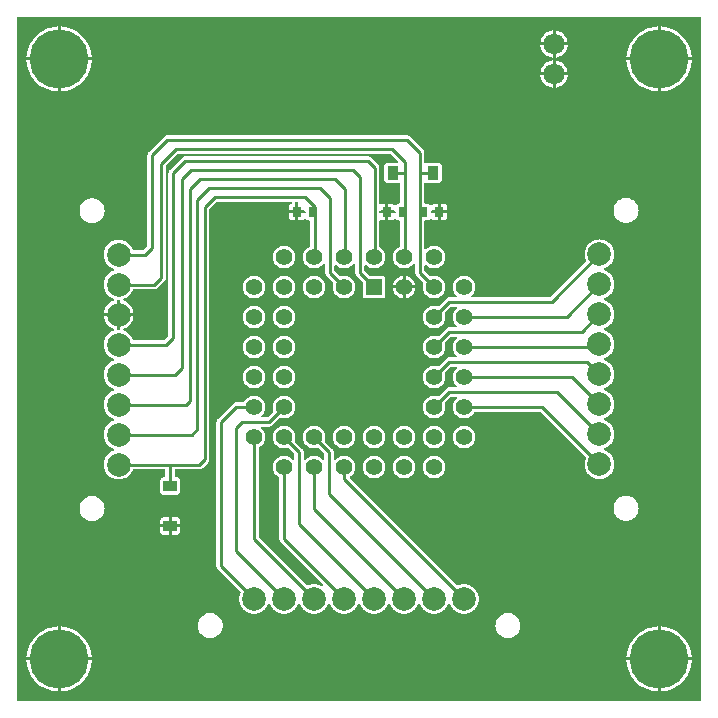
<source format=gtl>
G04 Layer: TopLayer*
G04 EasyEDA v6.5.32, 2023-07-25 14:04:49*
G04 f14fb49f93b44de6823b6a38d3d77f6c,5a6b42c53f6a479593ecc07194224c93,10*
G04 Gerber Generator version 0.2*
G04 Scale: 100 percent, Rotated: No, Reflected: No *
G04 Dimensions in millimeters *
G04 leading zeros omitted , absolute positions ,4 integer and 5 decimal *
%FSLAX45Y45*%
%MOMM*%

%ADD10C,0.2540*%
%ADD11R,0.9500X1.1500*%
%ADD12R,1.1500X0.9500*%
%ADD13R,0.8000X0.9000*%
%ADD14R,1.3970X1.3970*%
%ADD15C,1.3970*%
%ADD16C,5.0000*%
%ADD17C,1.8000*%
%ADD18C,2.0000*%
%ADD19C,0.0108*%

%LPD*%
G36*
X5805932Y25908D02*
G01*
X36068Y26416D01*
X32156Y27178D01*
X28905Y29362D01*
X26670Y32664D01*
X25908Y36576D01*
X25908Y5805932D01*
X26670Y5809843D01*
X28905Y5813094D01*
X32156Y5815330D01*
X36068Y5816092D01*
X5805932Y5816092D01*
X5809843Y5815330D01*
X5813094Y5813094D01*
X5815330Y5809843D01*
X5816092Y5805932D01*
X5816092Y36068D01*
X5815330Y32207D01*
X5813094Y28905D01*
X5809843Y26670D01*
G37*

%LPC*%
G36*
X4584700Y5600700D02*
G01*
X4687112Y5600700D01*
X4686960Y5602528D01*
X4684268Y5616803D01*
X4679746Y5630672D01*
X4673549Y5643829D01*
X4665776Y5656122D01*
X4656480Y5667349D01*
X4645863Y5677306D01*
X4634077Y5685840D01*
X4621326Y5692851D01*
X4607814Y5698236D01*
X4593691Y5701842D01*
X4584700Y5702960D01*
G37*
G36*
X393700Y105562D02*
G01*
X398322Y105664D01*
X421284Y108051D01*
X443992Y112369D01*
X466242Y118618D01*
X487934Y126644D01*
X508812Y136499D01*
X528828Y148031D01*
X547827Y161239D01*
X565607Y175971D01*
X582117Y192125D01*
X597204Y209600D01*
X610819Y228295D01*
X622757Y248107D01*
X633018Y268782D01*
X641553Y290271D01*
X648208Y312369D01*
X653034Y334975D01*
X655929Y357936D01*
X656336Y368300D01*
X393700Y368300D01*
G37*
G36*
X5448300Y105613D02*
G01*
X5448300Y368300D01*
X5185410Y368300D01*
X5187289Y346405D01*
X5191150Y323646D01*
X5196890Y301244D01*
X5204460Y279450D01*
X5213858Y258317D01*
X5224983Y238099D01*
X5237784Y218846D01*
X5252161Y200710D01*
X5267960Y183896D01*
X5285130Y168402D01*
X5303520Y154432D01*
X5323027Y142087D01*
X5343499Y131368D01*
X5364835Y122428D01*
X5386781Y115265D01*
X5409285Y109982D01*
X5432145Y106629D01*
G37*
G36*
X368300Y105613D02*
G01*
X368300Y368300D01*
X105410Y368300D01*
X107289Y346405D01*
X111150Y323646D01*
X116890Y301244D01*
X124460Y279450D01*
X133858Y258317D01*
X144983Y238099D01*
X157784Y218846D01*
X172161Y200710D01*
X187960Y183896D01*
X205130Y168402D01*
X223520Y154432D01*
X243027Y142087D01*
X263499Y131368D01*
X284835Y122428D01*
X306781Y115265D01*
X329285Y109982D01*
X352145Y106629D01*
G37*
G36*
X393700Y393700D02*
G01*
X656336Y393700D01*
X655929Y404063D01*
X653034Y427024D01*
X648208Y449630D01*
X641553Y471728D01*
X633018Y493217D01*
X622757Y513892D01*
X610819Y533704D01*
X597204Y552348D01*
X582117Y569874D01*
X565607Y586028D01*
X547827Y600760D01*
X528828Y613968D01*
X508812Y625500D01*
X487934Y635355D01*
X466242Y643382D01*
X443992Y649630D01*
X421284Y653948D01*
X398322Y656336D01*
X393700Y656437D01*
G37*
G36*
X5473700Y393700D02*
G01*
X5736336Y393700D01*
X5735929Y404063D01*
X5733034Y427024D01*
X5728208Y449630D01*
X5721553Y471728D01*
X5713018Y493217D01*
X5702757Y513892D01*
X5690819Y533704D01*
X5677204Y552348D01*
X5662117Y569874D01*
X5645607Y586028D01*
X5627827Y600760D01*
X5608828Y613968D01*
X5588812Y625500D01*
X5567934Y635355D01*
X5546242Y643382D01*
X5523992Y649630D01*
X5501284Y653948D01*
X5478322Y656336D01*
X5473700Y656437D01*
G37*
G36*
X5185410Y393700D02*
G01*
X5448300Y393700D01*
X5448300Y656386D01*
X5432145Y655370D01*
X5409285Y652018D01*
X5386781Y646734D01*
X5364835Y639572D01*
X5343499Y630631D01*
X5323027Y619912D01*
X5303520Y607568D01*
X5285130Y593598D01*
X5267960Y578104D01*
X5252161Y561289D01*
X5237784Y543153D01*
X5224983Y523900D01*
X5213858Y503682D01*
X5204460Y482549D01*
X5196890Y460756D01*
X5191150Y438353D01*
X5187289Y415594D01*
G37*
G36*
X105410Y393700D02*
G01*
X368300Y393700D01*
X368300Y656386D01*
X352145Y655370D01*
X329285Y652018D01*
X306781Y646734D01*
X284835Y639572D01*
X263499Y630631D01*
X243027Y619912D01*
X223520Y607568D01*
X205130Y593598D01*
X187960Y578104D01*
X172161Y561289D01*
X157784Y543153D01*
X144983Y523900D01*
X133858Y503682D01*
X124460Y482549D01*
X116890Y460756D01*
X111150Y438353D01*
X107289Y415594D01*
G37*
G36*
X1660398Y558139D02*
G01*
X1674215Y559003D01*
X1687779Y561746D01*
X1700936Y566166D01*
X1713331Y572312D01*
X1724863Y579983D01*
X1735277Y589127D01*
X1744421Y599541D01*
X1752092Y611073D01*
X1758238Y623468D01*
X1762658Y636625D01*
X1765401Y650189D01*
X1766265Y664006D01*
X1765401Y677824D01*
X1762658Y691388D01*
X1758238Y704545D01*
X1752092Y716940D01*
X1744421Y728472D01*
X1735277Y738886D01*
X1724863Y748030D01*
X1713331Y755700D01*
X1700936Y761847D01*
X1687779Y766267D01*
X1674215Y769010D01*
X1660398Y769874D01*
X1646580Y769010D01*
X1633016Y766267D01*
X1619859Y761847D01*
X1607464Y755700D01*
X1595932Y748030D01*
X1585518Y738886D01*
X1576374Y728472D01*
X1568704Y716940D01*
X1562557Y704545D01*
X1558137Y691388D01*
X1555394Y677824D01*
X1554530Y664006D01*
X1555394Y650189D01*
X1558137Y636625D01*
X1562557Y623468D01*
X1568704Y611073D01*
X1576374Y599541D01*
X1585518Y589127D01*
X1595932Y579983D01*
X1607464Y572312D01*
X1619859Y566166D01*
X1633016Y561746D01*
X1646580Y559003D01*
G37*
G36*
X4181601Y558139D02*
G01*
X4195419Y559003D01*
X4208983Y561746D01*
X4222089Y566166D01*
X4234535Y572312D01*
X4246067Y579983D01*
X4256481Y589127D01*
X4265574Y599541D01*
X4273296Y611073D01*
X4279442Y623468D01*
X4283862Y636625D01*
X4286554Y650189D01*
X4287469Y664006D01*
X4286554Y677824D01*
X4283862Y691388D01*
X4279442Y704545D01*
X4273296Y716940D01*
X4265574Y728472D01*
X4256481Y738886D01*
X4246067Y748030D01*
X4234535Y755700D01*
X4222089Y761847D01*
X4208983Y766267D01*
X4195419Y769010D01*
X4181601Y769874D01*
X4167784Y769010D01*
X4154170Y766267D01*
X4141063Y761847D01*
X4128668Y755700D01*
X4117136Y748030D01*
X4106722Y738886D01*
X4097578Y728472D01*
X4089908Y716940D01*
X4083761Y704545D01*
X4079290Y691388D01*
X4076598Y677824D01*
X4075684Y664006D01*
X4076598Y650189D01*
X4079290Y636625D01*
X4083761Y623468D01*
X4089908Y611073D01*
X4097578Y599541D01*
X4106722Y589127D01*
X4117136Y579983D01*
X4128668Y572312D01*
X4141063Y566166D01*
X4154170Y561746D01*
X4167784Y559003D01*
G37*
G36*
X2032000Y763117D02*
G01*
X2047189Y764032D01*
X2062124Y766775D01*
X2076653Y771296D01*
X2090521Y777544D01*
X2103526Y785418D01*
X2115464Y794766D01*
X2126234Y805535D01*
X2135581Y817473D01*
X2143455Y830478D01*
X2149754Y844397D01*
X2151938Y847598D01*
X2155190Y849680D01*
X2159000Y850392D01*
X2162810Y849680D01*
X2166061Y847598D01*
X2168245Y844397D01*
X2174544Y830478D01*
X2182418Y817473D01*
X2191766Y805535D01*
X2202535Y794766D01*
X2214473Y785418D01*
X2227478Y777544D01*
X2241346Y771296D01*
X2255875Y766775D01*
X2270810Y764032D01*
X2286000Y763117D01*
X2301189Y764032D01*
X2316124Y766775D01*
X2330653Y771296D01*
X2344521Y777544D01*
X2357526Y785418D01*
X2369464Y794766D01*
X2380234Y805535D01*
X2389581Y817473D01*
X2397455Y830478D01*
X2403754Y844397D01*
X2405938Y847598D01*
X2409190Y849680D01*
X2413000Y850392D01*
X2416810Y849680D01*
X2420061Y847598D01*
X2422245Y844397D01*
X2428544Y830478D01*
X2436418Y817473D01*
X2445766Y805535D01*
X2456535Y794766D01*
X2468473Y785418D01*
X2481478Y777544D01*
X2495346Y771296D01*
X2509875Y766775D01*
X2524810Y764032D01*
X2540000Y763117D01*
X2555189Y764032D01*
X2570124Y766775D01*
X2584653Y771296D01*
X2598521Y777544D01*
X2611526Y785418D01*
X2623464Y794766D01*
X2634234Y805535D01*
X2643581Y817473D01*
X2651455Y830478D01*
X2657754Y844397D01*
X2659938Y847598D01*
X2663190Y849680D01*
X2667000Y850392D01*
X2670810Y849680D01*
X2674061Y847598D01*
X2676245Y844397D01*
X2682544Y830478D01*
X2690418Y817473D01*
X2699766Y805535D01*
X2710535Y794766D01*
X2722473Y785418D01*
X2735478Y777544D01*
X2749346Y771296D01*
X2763875Y766775D01*
X2778810Y764032D01*
X2794000Y763117D01*
X2809189Y764032D01*
X2824124Y766775D01*
X2838653Y771296D01*
X2852521Y777544D01*
X2865526Y785418D01*
X2877464Y794766D01*
X2888234Y805535D01*
X2897581Y817473D01*
X2905455Y830478D01*
X2911754Y844397D01*
X2913938Y847598D01*
X2917190Y849680D01*
X2921000Y850392D01*
X2924810Y849680D01*
X2928061Y847598D01*
X2930245Y844397D01*
X2936544Y830478D01*
X2944418Y817473D01*
X2953766Y805535D01*
X2964535Y794766D01*
X2976473Y785418D01*
X2989478Y777544D01*
X3003346Y771296D01*
X3017875Y766775D01*
X3032810Y764032D01*
X3048000Y763117D01*
X3063189Y764032D01*
X3078124Y766775D01*
X3092653Y771296D01*
X3106521Y777544D01*
X3119526Y785418D01*
X3131464Y794766D01*
X3142234Y805535D01*
X3151581Y817473D01*
X3159455Y830478D01*
X3165754Y844397D01*
X3167938Y847598D01*
X3171190Y849680D01*
X3175000Y850392D01*
X3178810Y849680D01*
X3182061Y847598D01*
X3184245Y844397D01*
X3190544Y830478D01*
X3198418Y817473D01*
X3207766Y805535D01*
X3218535Y794766D01*
X3230473Y785418D01*
X3243478Y777544D01*
X3257346Y771296D01*
X3271875Y766775D01*
X3286810Y764032D01*
X3302000Y763117D01*
X3317189Y764032D01*
X3332124Y766775D01*
X3346653Y771296D01*
X3360521Y777544D01*
X3373526Y785418D01*
X3385464Y794766D01*
X3396234Y805535D01*
X3405581Y817473D01*
X3413455Y830478D01*
X3419754Y844397D01*
X3421938Y847598D01*
X3425190Y849680D01*
X3429000Y850392D01*
X3432810Y849680D01*
X3436061Y847598D01*
X3438245Y844397D01*
X3444544Y830478D01*
X3452418Y817473D01*
X3461765Y805535D01*
X3472535Y794766D01*
X3484473Y785418D01*
X3497478Y777544D01*
X3511346Y771296D01*
X3525875Y766775D01*
X3540810Y764032D01*
X3556000Y763117D01*
X3571189Y764032D01*
X3586124Y766775D01*
X3600653Y771296D01*
X3614521Y777544D01*
X3627526Y785418D01*
X3639464Y794766D01*
X3650234Y805535D01*
X3659581Y817473D01*
X3667455Y830478D01*
X3673754Y844397D01*
X3675938Y847598D01*
X3679190Y849680D01*
X3683000Y850392D01*
X3686810Y849680D01*
X3690061Y847598D01*
X3692245Y844397D01*
X3698544Y830478D01*
X3706418Y817473D01*
X3715765Y805535D01*
X3726535Y794766D01*
X3738473Y785418D01*
X3751478Y777544D01*
X3765346Y771296D01*
X3779875Y766775D01*
X3794810Y764032D01*
X3810000Y763117D01*
X3825189Y764032D01*
X3840124Y766775D01*
X3854653Y771296D01*
X3868521Y777544D01*
X3881526Y785418D01*
X3893464Y794766D01*
X3904234Y805535D01*
X3913581Y817473D01*
X3921455Y830478D01*
X3927703Y844346D01*
X3932224Y858875D01*
X3934968Y873810D01*
X3935882Y889000D01*
X3934968Y904189D01*
X3932224Y919124D01*
X3927703Y933653D01*
X3921455Y947521D01*
X3913581Y960526D01*
X3904234Y972464D01*
X3893464Y983234D01*
X3881526Y992581D01*
X3868521Y1000455D01*
X3854653Y1006703D01*
X3840124Y1011224D01*
X3825189Y1013968D01*
X3810000Y1014882D01*
X3794810Y1013968D01*
X3779875Y1011224D01*
X3765346Y1006703D01*
X3758996Y1003858D01*
X3755034Y1002944D01*
X3751072Y1003706D01*
X3747668Y1005941D01*
X2843428Y1910181D01*
X2841345Y1913178D01*
X2840482Y1916734D01*
X2840888Y1920341D01*
X2842615Y1923592D01*
X2845358Y1926031D01*
X2849219Y1928368D01*
X2859328Y1936648D01*
X2868269Y1946198D01*
X2875788Y1956866D01*
X2881782Y1968449D01*
X2886202Y1980742D01*
X2888843Y1993544D01*
X2889707Y2006600D01*
X2888843Y2019655D01*
X2886202Y2032406D01*
X2881782Y2044750D01*
X2875788Y2056333D01*
X2868269Y2067001D01*
X2859328Y2076551D01*
X2849219Y2084832D01*
X2838043Y2091588D01*
X2826054Y2096820D01*
X2813456Y2100326D01*
X2800553Y2102104D01*
X2787446Y2102104D01*
X2774492Y2100326D01*
X2761945Y2096820D01*
X2749956Y2091588D01*
X2738780Y2084832D01*
X2728671Y2076551D01*
X2723184Y2070709D01*
X2719933Y2068372D01*
X2715971Y2067509D01*
X2712059Y2068169D01*
X2708656Y2070404D01*
X2706420Y2073706D01*
X2705608Y2077669D01*
X2705608Y2133092D01*
X2704795Y2141118D01*
X2702610Y2148332D01*
X2699054Y2155037D01*
X2693924Y2161235D01*
X2633624Y2221534D01*
X2631490Y2224684D01*
X2630678Y2228392D01*
X2631236Y2232152D01*
X2632202Y2234742D01*
X2634843Y2247544D01*
X2635707Y2260600D01*
X2634843Y2273655D01*
X2632202Y2286406D01*
X2627782Y2298750D01*
X2621788Y2310333D01*
X2614269Y2321001D01*
X2605328Y2330551D01*
X2595219Y2338832D01*
X2584043Y2345588D01*
X2572054Y2350820D01*
X2559456Y2354326D01*
X2546553Y2356104D01*
X2533446Y2356104D01*
X2520492Y2354326D01*
X2507945Y2350820D01*
X2495956Y2345588D01*
X2484780Y2338832D01*
X2474671Y2330551D01*
X2465730Y2321001D01*
X2458212Y2310333D01*
X2452166Y2298750D01*
X2447798Y2286406D01*
X2445156Y2273655D01*
X2444242Y2260600D01*
X2445156Y2247544D01*
X2447798Y2234742D01*
X2452166Y2222449D01*
X2458212Y2210866D01*
X2465730Y2200198D01*
X2474671Y2190648D01*
X2484780Y2182368D01*
X2495956Y2175611D01*
X2507945Y2170379D01*
X2520492Y2166874D01*
X2533446Y2165096D01*
X2546553Y2165096D01*
X2559456Y2166874D01*
X2569108Y2169566D01*
X2572664Y2169922D01*
X2576118Y2169007D01*
X2579014Y2166975D01*
X2625394Y2120595D01*
X2627630Y2117293D01*
X2628392Y2113381D01*
X2628392Y2077669D01*
X2627579Y2073706D01*
X2625344Y2070404D01*
X2621940Y2068169D01*
X2617978Y2067509D01*
X2614066Y2068372D01*
X2610815Y2070709D01*
X2605328Y2076551D01*
X2595219Y2084832D01*
X2584043Y2091588D01*
X2572054Y2096820D01*
X2559456Y2100326D01*
X2546553Y2102104D01*
X2533446Y2102104D01*
X2520492Y2100326D01*
X2507945Y2096820D01*
X2495956Y2091588D01*
X2484780Y2084832D01*
X2474671Y2076551D01*
X2469184Y2070709D01*
X2465933Y2068372D01*
X2461971Y2067509D01*
X2458059Y2068169D01*
X2454656Y2070404D01*
X2452420Y2073706D01*
X2451608Y2077669D01*
X2451608Y2133092D01*
X2450795Y2141118D01*
X2448610Y2148332D01*
X2445054Y2155037D01*
X2439924Y2161235D01*
X2379624Y2221534D01*
X2377490Y2224684D01*
X2376678Y2228392D01*
X2377236Y2232152D01*
X2378202Y2234742D01*
X2380843Y2247544D01*
X2381707Y2260600D01*
X2380843Y2273655D01*
X2378202Y2286406D01*
X2373782Y2298750D01*
X2367788Y2310333D01*
X2360269Y2321001D01*
X2351328Y2330551D01*
X2341219Y2338832D01*
X2330043Y2345588D01*
X2318054Y2350820D01*
X2305456Y2354326D01*
X2292553Y2356104D01*
X2279446Y2356104D01*
X2266492Y2354326D01*
X2253945Y2350820D01*
X2241956Y2345588D01*
X2230780Y2338832D01*
X2220671Y2330551D01*
X2211730Y2321001D01*
X2204212Y2310333D01*
X2198166Y2298750D01*
X2193798Y2286406D01*
X2191156Y2273655D01*
X2190242Y2260600D01*
X2191156Y2247544D01*
X2193798Y2234742D01*
X2198166Y2222449D01*
X2204212Y2210866D01*
X2211730Y2200198D01*
X2220671Y2190648D01*
X2230780Y2182368D01*
X2241956Y2175611D01*
X2253945Y2170379D01*
X2266492Y2166874D01*
X2279446Y2165096D01*
X2292553Y2165096D01*
X2305456Y2166874D01*
X2315108Y2169566D01*
X2318664Y2169922D01*
X2322118Y2169007D01*
X2325014Y2166975D01*
X2371394Y2120595D01*
X2373630Y2117293D01*
X2374392Y2113381D01*
X2374392Y2077669D01*
X2373579Y2073706D01*
X2371344Y2070404D01*
X2367940Y2068169D01*
X2363978Y2067509D01*
X2360066Y2068372D01*
X2356815Y2070709D01*
X2351328Y2076551D01*
X2341219Y2084832D01*
X2330043Y2091588D01*
X2318054Y2096820D01*
X2305456Y2100326D01*
X2292553Y2102104D01*
X2279446Y2102104D01*
X2266492Y2100326D01*
X2253945Y2096820D01*
X2241956Y2091588D01*
X2230780Y2084832D01*
X2220671Y2076551D01*
X2211730Y2067001D01*
X2204212Y2056333D01*
X2198166Y2044750D01*
X2193798Y2032406D01*
X2191156Y2019655D01*
X2190242Y2006600D01*
X2191156Y1993544D01*
X2193798Y1980742D01*
X2198166Y1968449D01*
X2204212Y1956866D01*
X2211730Y1946198D01*
X2220671Y1936648D01*
X2230780Y1928368D01*
X2242515Y1921256D01*
X2245106Y1918970D01*
X2246782Y1915972D01*
X2247392Y1912569D01*
X2247392Y1397508D01*
X2248154Y1389481D01*
X2250389Y1382268D01*
X2253945Y1375562D01*
X2259025Y1369364D01*
X2613761Y1014679D01*
X2616047Y1011174D01*
X2616708Y1007008D01*
X2615692Y1002995D01*
X2613101Y999693D01*
X2609392Y997712D01*
X2605227Y997407D01*
X2601315Y998778D01*
X2598521Y1000455D01*
X2584653Y1006703D01*
X2570124Y1011224D01*
X2555189Y1013968D01*
X2540000Y1014882D01*
X2524810Y1013968D01*
X2509875Y1011224D01*
X2495346Y1006703D01*
X2488996Y1003858D01*
X2485034Y1002944D01*
X2481072Y1003706D01*
X2477668Y1005941D01*
X2073554Y1410004D01*
X2071370Y1413306D01*
X2070607Y1417218D01*
X2070607Y2166569D01*
X2071166Y2169972D01*
X2072893Y2172970D01*
X2075484Y2175256D01*
X2087219Y2182368D01*
X2097328Y2190648D01*
X2106269Y2200198D01*
X2113788Y2210866D01*
X2119782Y2222449D01*
X2124202Y2234742D01*
X2126843Y2247544D01*
X2127707Y2260600D01*
X2126843Y2273655D01*
X2124202Y2286406D01*
X2119782Y2298750D01*
X2113788Y2310333D01*
X2106269Y2321001D01*
X2096871Y2330958D01*
X2094280Y2334158D01*
X2093163Y2338120D01*
X2093722Y2342235D01*
X2095855Y2345740D01*
X2099208Y2348128D01*
X2103272Y2348992D01*
X2158492Y2348992D01*
X2166518Y2349754D01*
X2173732Y2351989D01*
X2180437Y2355545D01*
X2186635Y2360625D01*
X2246985Y2420975D01*
X2249881Y2423007D01*
X2253335Y2423922D01*
X2256891Y2423566D01*
X2266492Y2420874D01*
X2279446Y2419096D01*
X2292553Y2419096D01*
X2305456Y2420874D01*
X2318054Y2424379D01*
X2330043Y2429611D01*
X2341219Y2436368D01*
X2351328Y2444648D01*
X2360269Y2454198D01*
X2367788Y2464866D01*
X2373782Y2476449D01*
X2378202Y2488742D01*
X2380843Y2501544D01*
X2381707Y2514600D01*
X2380843Y2527655D01*
X2378202Y2540406D01*
X2373782Y2552750D01*
X2367788Y2564333D01*
X2360269Y2575001D01*
X2351328Y2584551D01*
X2341219Y2592832D01*
X2330043Y2599588D01*
X2318054Y2604820D01*
X2305456Y2608326D01*
X2292553Y2610104D01*
X2279446Y2610104D01*
X2266492Y2608326D01*
X2253945Y2604820D01*
X2241956Y2599588D01*
X2230780Y2592832D01*
X2220671Y2584551D01*
X2211730Y2575001D01*
X2204212Y2564333D01*
X2198166Y2552750D01*
X2193798Y2540406D01*
X2191156Y2527655D01*
X2190242Y2514600D01*
X2191156Y2501544D01*
X2193798Y2488742D01*
X2194763Y2486152D01*
X2195322Y2482392D01*
X2194509Y2478684D01*
X2192375Y2475534D01*
X2145995Y2429154D01*
X2142693Y2426970D01*
X2138781Y2426208D01*
X2103272Y2426208D01*
X2099208Y2427020D01*
X2095855Y2429408D01*
X2093722Y2432964D01*
X2093163Y2437079D01*
X2094280Y2441041D01*
X2097328Y2444648D01*
X2106269Y2454198D01*
X2113788Y2464866D01*
X2119782Y2476449D01*
X2124202Y2488742D01*
X2126843Y2501544D01*
X2127707Y2514600D01*
X2126843Y2527655D01*
X2124202Y2540406D01*
X2119782Y2552750D01*
X2113788Y2564333D01*
X2106269Y2575001D01*
X2097328Y2584551D01*
X2087219Y2592832D01*
X2076043Y2599588D01*
X2064054Y2604820D01*
X2051456Y2608326D01*
X2038553Y2610104D01*
X2025446Y2610104D01*
X2012492Y2608326D01*
X1999945Y2604820D01*
X1987956Y2599588D01*
X1976780Y2592832D01*
X1966671Y2584551D01*
X1957730Y2575001D01*
X1950212Y2564333D01*
X1947265Y2558694D01*
X1945030Y2555798D01*
X1941880Y2553868D01*
X1938274Y2553208D01*
X1880107Y2553208D01*
X1872081Y2552395D01*
X1864868Y2550210D01*
X1858162Y2546654D01*
X1851964Y2541524D01*
X1725675Y2415235D01*
X1720545Y2409037D01*
X1716989Y2402332D01*
X1714804Y2395118D01*
X1713992Y2387092D01*
X1713992Y1168908D01*
X1714804Y1160881D01*
X1716989Y1153668D01*
X1720545Y1146962D01*
X1725675Y1140764D01*
X1915058Y951331D01*
X1917293Y947928D01*
X1918055Y943965D01*
X1917141Y940003D01*
X1914296Y933653D01*
X1909775Y919124D01*
X1907032Y904189D01*
X1906117Y889000D01*
X1907032Y873810D01*
X1909775Y858875D01*
X1914296Y844346D01*
X1920544Y830478D01*
X1928418Y817473D01*
X1937766Y805535D01*
X1948535Y794766D01*
X1960473Y785418D01*
X1973478Y777544D01*
X1987346Y771296D01*
X2001875Y766775D01*
X2016810Y764032D01*
G37*
G36*
X4456887Y5600700D02*
G01*
X4559300Y5600700D01*
X4559300Y5702960D01*
X4550308Y5701842D01*
X4536186Y5698236D01*
X4522673Y5692851D01*
X4509922Y5685840D01*
X4498136Y5677306D01*
X4487519Y5667349D01*
X4478223Y5656122D01*
X4470450Y5643829D01*
X4464253Y5630672D01*
X4459732Y5616803D01*
X4457039Y5602528D01*
G37*
G36*
X105410Y5473700D02*
G01*
X368300Y5473700D01*
X368300Y5736386D01*
X352145Y5735370D01*
X329285Y5732018D01*
X306781Y5726734D01*
X284835Y5719572D01*
X263499Y5710631D01*
X243027Y5699912D01*
X223520Y5687568D01*
X205130Y5673598D01*
X187960Y5658104D01*
X172161Y5641289D01*
X157784Y5623153D01*
X144983Y5603900D01*
X133858Y5583682D01*
X124460Y5562549D01*
X116890Y5540756D01*
X111150Y5518353D01*
X107289Y5495594D01*
G37*
G36*
X5185410Y5473700D02*
G01*
X5448300Y5473700D01*
X5448300Y5736386D01*
X5432145Y5735370D01*
X5409285Y5732018D01*
X5386781Y5726734D01*
X5364835Y5719572D01*
X5343499Y5710631D01*
X5323027Y5699912D01*
X5303520Y5687568D01*
X5285130Y5673598D01*
X5267960Y5658104D01*
X5252161Y5641289D01*
X5237784Y5623153D01*
X5224983Y5603900D01*
X5213858Y5583682D01*
X5204460Y5562549D01*
X5196890Y5540756D01*
X5191150Y5518353D01*
X5187289Y5495594D01*
G37*
G36*
X393700Y5473700D02*
G01*
X656336Y5473700D01*
X655929Y5484063D01*
X653034Y5507024D01*
X648208Y5529630D01*
X641553Y5551728D01*
X633018Y5573217D01*
X622757Y5593892D01*
X610819Y5613704D01*
X597204Y5632348D01*
X582117Y5649874D01*
X565607Y5666028D01*
X547827Y5680760D01*
X528828Y5693968D01*
X508812Y5705500D01*
X487934Y5715355D01*
X466242Y5723382D01*
X443992Y5729630D01*
X421284Y5733948D01*
X398322Y5736336D01*
X393700Y5736437D01*
G37*
G36*
X5473700Y5473700D02*
G01*
X5736336Y5473700D01*
X5735929Y5484063D01*
X5733034Y5507024D01*
X5728208Y5529630D01*
X5721553Y5551728D01*
X5713018Y5573217D01*
X5702757Y5593892D01*
X5690819Y5613704D01*
X5677204Y5632348D01*
X5662117Y5649874D01*
X5645607Y5666028D01*
X5627827Y5680760D01*
X5608828Y5693968D01*
X5588812Y5705500D01*
X5567934Y5715355D01*
X5546242Y5723382D01*
X5523992Y5729630D01*
X5501284Y5733948D01*
X5478322Y5736336D01*
X5473700Y5736437D01*
G37*
G36*
X4559300Y5473039D02*
G01*
X4559300Y5575300D01*
X4456887Y5575300D01*
X4457039Y5573471D01*
X4459732Y5559196D01*
X4464253Y5545328D01*
X4470450Y5532170D01*
X4478223Y5519877D01*
X4487519Y5508650D01*
X4498136Y5498693D01*
X4509922Y5490159D01*
X4522673Y5483148D01*
X4536186Y5477764D01*
X4550308Y5474157D01*
G37*
G36*
X4584700Y5473039D02*
G01*
X4593691Y5474157D01*
X4607814Y5477764D01*
X4621326Y5483148D01*
X4634077Y5490159D01*
X4645863Y5498693D01*
X4656480Y5508650D01*
X4665776Y5519877D01*
X4673549Y5532170D01*
X4679746Y5545328D01*
X4684268Y5559196D01*
X4686960Y5573471D01*
X4687112Y5575300D01*
X4584700Y5575300D01*
G37*
G36*
X4456887Y5346700D02*
G01*
X4559300Y5346700D01*
X4559300Y5448960D01*
X4550308Y5447842D01*
X4536186Y5444236D01*
X4522673Y5438851D01*
X4509922Y5431840D01*
X4498136Y5423306D01*
X4487519Y5413349D01*
X4478223Y5402122D01*
X4470450Y5389829D01*
X4464253Y5376672D01*
X4459732Y5362803D01*
X4457039Y5348528D01*
G37*
G36*
X4584700Y5346700D02*
G01*
X4687112Y5346700D01*
X4686960Y5348528D01*
X4684268Y5362803D01*
X4679746Y5376672D01*
X4673549Y5389829D01*
X4665776Y5402122D01*
X4656480Y5413349D01*
X4645863Y5423306D01*
X4634077Y5431840D01*
X4621326Y5438851D01*
X4607814Y5444236D01*
X4593691Y5447842D01*
X4584700Y5448960D01*
G37*
G36*
X4584700Y5219039D02*
G01*
X4593691Y5220157D01*
X4607814Y5223764D01*
X4621326Y5229148D01*
X4634077Y5236159D01*
X4645863Y5244693D01*
X4656480Y5254650D01*
X4665776Y5265877D01*
X4673549Y5278170D01*
X4679746Y5291328D01*
X4684268Y5305196D01*
X4686960Y5319471D01*
X4687112Y5321300D01*
X4584700Y5321300D01*
G37*
G36*
X1333500Y1433728D02*
G01*
X1377746Y1433728D01*
X1384046Y1434439D01*
X1389532Y1436370D01*
X1394409Y1439418D01*
X1398524Y1443532D01*
X1401572Y1448409D01*
X1403502Y1453896D01*
X1404213Y1460195D01*
X1404213Y1494434D01*
X1333500Y1494434D01*
G37*
G36*
X1263853Y1433728D02*
G01*
X1308100Y1433728D01*
X1308100Y1494434D01*
X1237386Y1494434D01*
X1237386Y1460195D01*
X1238097Y1453896D01*
X1240028Y1448409D01*
X1243076Y1443532D01*
X1247190Y1439418D01*
X1252067Y1436370D01*
X1257554Y1434439D01*
G37*
G36*
X1237386Y1519834D02*
G01*
X1308100Y1519834D01*
X1308100Y1580540D01*
X1263853Y1580540D01*
X1257554Y1579829D01*
X1252067Y1577949D01*
X1247190Y1574850D01*
X1243076Y1570736D01*
X1240028Y1565859D01*
X1238097Y1560372D01*
X1237386Y1554073D01*
G37*
G36*
X1333500Y1519834D02*
G01*
X1404213Y1519834D01*
X1404213Y1554073D01*
X1403502Y1560372D01*
X1401572Y1565859D01*
X1398524Y1570736D01*
X1394409Y1574850D01*
X1389532Y1577949D01*
X1384046Y1579829D01*
X1377746Y1580540D01*
X1333500Y1580540D01*
G37*
G36*
X660400Y1549603D02*
G01*
X674217Y1550517D01*
X687781Y1553210D01*
X700938Y1557680D01*
X713333Y1563776D01*
X724865Y1571498D01*
X735279Y1580642D01*
X744423Y1591056D01*
X752094Y1602536D01*
X758240Y1614982D01*
X762660Y1628089D01*
X765403Y1641652D01*
X766267Y1655470D01*
X765403Y1669338D01*
X762660Y1682902D01*
X758240Y1696008D01*
X752094Y1708454D01*
X744423Y1719935D01*
X735279Y1730349D01*
X724865Y1739493D01*
X713333Y1747215D01*
X700938Y1753311D01*
X687781Y1757781D01*
X674217Y1760474D01*
X660400Y1761388D01*
X646582Y1760474D01*
X633018Y1757781D01*
X619861Y1753311D01*
X607466Y1747215D01*
X595934Y1739493D01*
X585520Y1730349D01*
X576376Y1719935D01*
X568706Y1708454D01*
X562559Y1696008D01*
X558139Y1682902D01*
X555396Y1669338D01*
X554532Y1655470D01*
X555396Y1641652D01*
X558139Y1628089D01*
X562559Y1614982D01*
X568706Y1602536D01*
X576376Y1591056D01*
X585520Y1580642D01*
X595934Y1571498D01*
X607466Y1563776D01*
X619861Y1557680D01*
X633018Y1553210D01*
X646582Y1550517D01*
G37*
G36*
X5181600Y1551736D02*
G01*
X5195417Y1552600D01*
X5208981Y1555343D01*
X5222138Y1559763D01*
X5234533Y1565910D01*
X5246065Y1573580D01*
X5256479Y1582724D01*
X5265623Y1593138D01*
X5273294Y1604670D01*
X5279440Y1617065D01*
X5283860Y1630222D01*
X5286603Y1643786D01*
X5287467Y1657604D01*
X5286603Y1671421D01*
X5283860Y1684985D01*
X5279440Y1698142D01*
X5273294Y1710537D01*
X5265623Y1722069D01*
X5256479Y1732483D01*
X5246065Y1741627D01*
X5234533Y1749298D01*
X5222138Y1755444D01*
X5208981Y1759864D01*
X5195417Y1762607D01*
X5181600Y1763471D01*
X5167782Y1762607D01*
X5154218Y1759864D01*
X5141061Y1755444D01*
X5128666Y1749298D01*
X5117134Y1741627D01*
X5106720Y1732483D01*
X5097576Y1722069D01*
X5089906Y1710537D01*
X5083759Y1698142D01*
X5079339Y1684985D01*
X5076596Y1671421D01*
X5075732Y1657604D01*
X5076596Y1643786D01*
X5079339Y1630222D01*
X5083759Y1617065D01*
X5089906Y1604670D01*
X5097576Y1593138D01*
X5106720Y1582724D01*
X5117134Y1573580D01*
X5128666Y1565910D01*
X5141061Y1559763D01*
X5154218Y1555343D01*
X5167782Y1552600D01*
G37*
G36*
X1263853Y1772259D02*
G01*
X1377746Y1772259D01*
X1384046Y1772970D01*
X1389532Y1774850D01*
X1394409Y1777949D01*
X1398524Y1782013D01*
X1401572Y1786940D01*
X1403502Y1792376D01*
X1404213Y1798726D01*
X1404213Y1892554D01*
X1403502Y1898904D01*
X1401572Y1904339D01*
X1398524Y1909267D01*
X1394409Y1913331D01*
X1389532Y1916430D01*
X1384046Y1918360D01*
X1377746Y1919071D01*
X1369568Y1919071D01*
X1365656Y1919833D01*
X1362405Y1922018D01*
X1360170Y1925320D01*
X1359408Y1929231D01*
X1359408Y1978406D01*
X1360170Y1982317D01*
X1362405Y1985568D01*
X1365656Y1987804D01*
X1369568Y1988566D01*
X1569466Y1988566D01*
X1577492Y1989378D01*
X1584706Y1991563D01*
X1591411Y1995119D01*
X1597609Y2000250D01*
X1639824Y2042464D01*
X1644954Y2048662D01*
X1648510Y2055368D01*
X1650695Y2062581D01*
X1651507Y2070607D01*
X1651507Y4183481D01*
X1652270Y4187393D01*
X1654505Y4190695D01*
X1714804Y4250994D01*
X1718106Y4253230D01*
X1722018Y4253992D01*
X2340305Y4253992D01*
X2344267Y4253179D01*
X2347569Y4250893D01*
X2349754Y4247489D01*
X2350414Y4243527D01*
X2349500Y4239564D01*
X2347112Y4236313D01*
X2342591Y4233875D01*
X2337714Y4230776D01*
X2333599Y4226712D01*
X2330500Y4221784D01*
X2328621Y4216349D01*
X2327910Y4209999D01*
X2327910Y4178300D01*
X2381097Y4178300D01*
X2381097Y4243832D01*
X2381859Y4247743D01*
X2384094Y4250994D01*
X2387396Y4253230D01*
X2391257Y4253992D01*
X2396337Y4253992D01*
X2400249Y4253230D01*
X2403551Y4250994D01*
X2405735Y4247743D01*
X2406497Y4243832D01*
X2406497Y4178300D01*
X2457704Y4178300D01*
X2461615Y4177537D01*
X2464917Y4175302D01*
X2467102Y4172000D01*
X2467864Y4168140D01*
X2467864Y4163060D01*
X2467102Y4159148D01*
X2464917Y4155846D01*
X2461615Y4153662D01*
X2457704Y4152900D01*
X2406497Y4152900D01*
X2406497Y4094683D01*
X2433218Y4094683D01*
X2439568Y4095394D01*
X2445004Y4097324D01*
X2449931Y4100372D01*
X2453995Y4104487D01*
X2455214Y4106367D01*
X2458008Y4109313D01*
X2461768Y4110888D01*
X2465832Y4110888D01*
X2469591Y4109313D01*
X2472385Y4106367D01*
X2473604Y4104487D01*
X2477668Y4100372D01*
X2482596Y4097324D01*
X2488031Y4095394D01*
X2494330Y4094683D01*
X2497582Y4094683D01*
X2501493Y4093921D01*
X2504744Y4091686D01*
X2506980Y4088434D01*
X2507742Y4084523D01*
X2507742Y3881374D01*
X2506980Y3877564D01*
X2504846Y3874262D01*
X2501646Y3872077D01*
X2495956Y3869588D01*
X2484780Y3862832D01*
X2474671Y3854551D01*
X2465730Y3845001D01*
X2458212Y3834333D01*
X2452166Y3822750D01*
X2447798Y3810406D01*
X2445156Y3797655D01*
X2444242Y3784600D01*
X2445156Y3771544D01*
X2447798Y3758742D01*
X2452166Y3746449D01*
X2458212Y3734866D01*
X2465730Y3724198D01*
X2474671Y3714648D01*
X2484780Y3706368D01*
X2495956Y3699611D01*
X2507945Y3694379D01*
X2520492Y3690874D01*
X2533446Y3689096D01*
X2546553Y3689096D01*
X2559456Y3690874D01*
X2572054Y3694379D01*
X2584043Y3699611D01*
X2595219Y3706368D01*
X2605328Y3714648D01*
X2614269Y3724198D01*
X2616301Y3727043D01*
X2619400Y3729939D01*
X2623413Y3731260D01*
X2627680Y3730853D01*
X2631338Y3728770D01*
X2633878Y3725316D01*
X2634742Y3721201D01*
X2634742Y3651758D01*
X2635554Y3643731D01*
X2637739Y3636467D01*
X2641295Y3629812D01*
X2646426Y3623564D01*
X2700375Y3569614D01*
X2702509Y3566515D01*
X2703322Y3562807D01*
X2702763Y3559048D01*
X2701798Y3556406D01*
X2699156Y3543655D01*
X2698242Y3530600D01*
X2699156Y3517544D01*
X2701798Y3504742D01*
X2706166Y3492449D01*
X2712212Y3480866D01*
X2719730Y3470198D01*
X2728671Y3460648D01*
X2738780Y3452368D01*
X2749956Y3445611D01*
X2761945Y3440379D01*
X2774492Y3436874D01*
X2787446Y3435096D01*
X2800553Y3435096D01*
X2813456Y3436874D01*
X2826054Y3440379D01*
X2838043Y3445611D01*
X2849219Y3452368D01*
X2859328Y3460648D01*
X2868269Y3470198D01*
X2875788Y3480866D01*
X2881782Y3492449D01*
X2886202Y3504742D01*
X2888843Y3517544D01*
X2889707Y3530600D01*
X2888843Y3543655D01*
X2886202Y3556406D01*
X2881782Y3568750D01*
X2875788Y3580333D01*
X2868269Y3591001D01*
X2859328Y3600551D01*
X2849219Y3608832D01*
X2838043Y3615588D01*
X2826054Y3620820D01*
X2813456Y3624326D01*
X2800553Y3626104D01*
X2787446Y3626104D01*
X2774492Y3624326D01*
X2764891Y3621633D01*
X2761335Y3621278D01*
X2757881Y3622192D01*
X2754985Y3624224D01*
X2714955Y3664254D01*
X2712720Y3667556D01*
X2711958Y3671417D01*
X2711958Y3706825D01*
X2712669Y3710584D01*
X2714701Y3713784D01*
X2717749Y3716020D01*
X2721406Y3716985D01*
X2725216Y3716528D01*
X2728518Y3714750D01*
X2738780Y3706368D01*
X2749956Y3699611D01*
X2761945Y3694379D01*
X2774492Y3690874D01*
X2787446Y3689096D01*
X2800553Y3689096D01*
X2813456Y3690874D01*
X2826054Y3694379D01*
X2838043Y3699611D01*
X2849219Y3706368D01*
X2859328Y3714648D01*
X2868269Y3724198D01*
X2870301Y3727043D01*
X2873400Y3729939D01*
X2877413Y3731260D01*
X2881680Y3730853D01*
X2885338Y3728770D01*
X2887878Y3725316D01*
X2888742Y3721201D01*
X2888742Y3651758D01*
X2889554Y3643731D01*
X2891739Y3636467D01*
X2895295Y3629812D01*
X2900426Y3623564D01*
X2949244Y3574745D01*
X2951480Y3571443D01*
X2952242Y3567531D01*
X2952242Y3461308D01*
X2952953Y3455009D01*
X2954883Y3449523D01*
X2957931Y3444646D01*
X2962046Y3440531D01*
X2966923Y3437483D01*
X2972409Y3435553D01*
X2978708Y3434842D01*
X3117291Y3434842D01*
X3123590Y3435553D01*
X3129076Y3437483D01*
X3133953Y3440531D01*
X3138068Y3444646D01*
X3141116Y3449523D01*
X3143046Y3455009D01*
X3143758Y3461308D01*
X3143758Y3599891D01*
X3143046Y3606190D01*
X3141116Y3611676D01*
X3138068Y3616553D01*
X3133953Y3620668D01*
X3129076Y3623716D01*
X3123590Y3625646D01*
X3117291Y3626358D01*
X3011017Y3626358D01*
X3007156Y3627120D01*
X3003854Y3629304D01*
X2968955Y3664254D01*
X2966720Y3667556D01*
X2965958Y3671417D01*
X2965958Y3706825D01*
X2966669Y3710584D01*
X2968701Y3713784D01*
X2971749Y3716020D01*
X2975406Y3716985D01*
X2979216Y3716528D01*
X2982518Y3714750D01*
X2992780Y3706368D01*
X3003956Y3699611D01*
X3015945Y3694379D01*
X3028492Y3690874D01*
X3041446Y3689096D01*
X3054553Y3689096D01*
X3067456Y3690874D01*
X3080054Y3694379D01*
X3092043Y3699611D01*
X3103219Y3706368D01*
X3113328Y3714648D01*
X3122269Y3724198D01*
X3129788Y3734866D01*
X3135782Y3746449D01*
X3140202Y3758742D01*
X3142843Y3771544D01*
X3143707Y3784600D01*
X3142843Y3797655D01*
X3140202Y3810406D01*
X3135782Y3822750D01*
X3129788Y3834333D01*
X3122269Y3845001D01*
X3113328Y3854551D01*
X3103219Y3862832D01*
X3097834Y3866083D01*
X3095244Y3868318D01*
X3093567Y3871366D01*
X3092958Y3874770D01*
X3092958Y4087063D01*
X3093669Y4090822D01*
X3095752Y4094073D01*
X3098901Y4096308D01*
X3102660Y4097223D01*
X3106470Y4096664D01*
X3110026Y4095394D01*
X3116376Y4094683D01*
X3143097Y4094683D01*
X3143097Y4152900D01*
X3103118Y4152900D01*
X3099206Y4153662D01*
X3095955Y4155846D01*
X3093720Y4159148D01*
X3092958Y4163060D01*
X3092958Y4168140D01*
X3093720Y4172000D01*
X3095955Y4175302D01*
X3099206Y4177537D01*
X3103118Y4178300D01*
X3143097Y4178300D01*
X3143097Y4236516D01*
X3116376Y4236516D01*
X3110026Y4235805D01*
X3106470Y4234535D01*
X3102660Y4233976D01*
X3098901Y4234891D01*
X3095752Y4237126D01*
X3093669Y4240326D01*
X3092958Y4244136D01*
X3092958Y4539742D01*
X3092145Y4547768D01*
X3089960Y4554982D01*
X3086404Y4561687D01*
X3081274Y4567885D01*
X3024835Y4624324D01*
X3018637Y4629454D01*
X3011932Y4633010D01*
X3004718Y4635195D01*
X2996692Y4636008D01*
X1448308Y4636008D01*
X1440281Y4635195D01*
X1433068Y4633010D01*
X1426362Y4629454D01*
X1420164Y4624324D01*
X1319276Y4523435D01*
X1314145Y4517237D01*
X1310589Y4510532D01*
X1308404Y4503318D01*
X1307592Y4495292D01*
X1307592Y3119018D01*
X1306830Y3115106D01*
X1304594Y3111804D01*
X1277569Y3084779D01*
X1274267Y3082544D01*
X1270355Y3081782D01*
X1012393Y3081782D01*
X1008583Y3082493D01*
X1005332Y3084626D01*
X1003096Y3087776D01*
X996899Y3101594D01*
X989025Y3114598D01*
X979627Y3126587D01*
X968908Y3137357D01*
X956919Y3146704D01*
X943914Y3154578D01*
X929995Y3160826D01*
X926846Y3163062D01*
X924712Y3166313D01*
X924001Y3170123D01*
X924712Y3173882D01*
X926846Y3177133D01*
X929995Y3179368D01*
X943914Y3185617D01*
X956919Y3193491D01*
X968908Y3202889D01*
X979627Y3213608D01*
X989025Y3225596D01*
X996899Y3238601D01*
X1003096Y3252470D01*
X1007618Y3266998D01*
X1010361Y3281934D01*
X1010513Y3284423D01*
X898093Y3284423D01*
X898093Y3179013D01*
X897331Y3175152D01*
X895146Y3171850D01*
X891844Y3169615D01*
X887933Y3168853D01*
X882853Y3168853D01*
X878992Y3169615D01*
X875690Y3171850D01*
X873506Y3175152D01*
X872693Y3179013D01*
X872693Y3284423D01*
X760272Y3284423D01*
X760425Y3281934D01*
X763168Y3266998D01*
X767689Y3252470D01*
X773938Y3238601D01*
X781812Y3225596D01*
X791159Y3213608D01*
X801928Y3202889D01*
X813917Y3193491D01*
X826922Y3185617D01*
X840841Y3179368D01*
X843991Y3177133D01*
X846074Y3173882D01*
X846836Y3170123D01*
X846074Y3166313D01*
X843991Y3163062D01*
X840841Y3160826D01*
X826922Y3154578D01*
X813917Y3146704D01*
X801928Y3137357D01*
X791159Y3126587D01*
X781812Y3114598D01*
X773938Y3101594D01*
X767689Y3087725D01*
X763168Y3073247D01*
X760425Y3058261D01*
X759510Y3043123D01*
X760425Y3027934D01*
X763168Y3012998D01*
X767689Y2998470D01*
X773938Y2984601D01*
X781812Y2971596D01*
X791159Y2959608D01*
X801928Y2948889D01*
X813917Y2939491D01*
X826922Y2931617D01*
X840841Y2925368D01*
X843991Y2923133D01*
X846074Y2919882D01*
X846836Y2916123D01*
X846074Y2912313D01*
X843991Y2909062D01*
X840841Y2906826D01*
X826922Y2900578D01*
X813917Y2892704D01*
X801928Y2883357D01*
X791159Y2872587D01*
X781812Y2860598D01*
X773938Y2847594D01*
X767689Y2833725D01*
X763168Y2819247D01*
X760425Y2804261D01*
X759510Y2789123D01*
X760425Y2773934D01*
X763168Y2758998D01*
X767689Y2744470D01*
X773938Y2730601D01*
X781812Y2717596D01*
X791159Y2705608D01*
X801928Y2694889D01*
X813917Y2685491D01*
X826922Y2677617D01*
X840841Y2671368D01*
X843991Y2669133D01*
X846074Y2665882D01*
X846836Y2662123D01*
X846074Y2658313D01*
X843991Y2655062D01*
X840841Y2652826D01*
X826922Y2646578D01*
X813917Y2638704D01*
X801928Y2629357D01*
X791159Y2618587D01*
X781812Y2606598D01*
X773938Y2593594D01*
X767689Y2579725D01*
X763168Y2565247D01*
X760425Y2550261D01*
X759510Y2535123D01*
X760425Y2519934D01*
X763168Y2504998D01*
X767689Y2490470D01*
X773938Y2476601D01*
X781812Y2463596D01*
X791159Y2451608D01*
X801928Y2440889D01*
X813917Y2431491D01*
X826922Y2423617D01*
X840841Y2417368D01*
X843991Y2415133D01*
X846074Y2411882D01*
X846836Y2408123D01*
X846074Y2404313D01*
X843991Y2401062D01*
X840841Y2398826D01*
X826922Y2392578D01*
X813917Y2384704D01*
X801928Y2375357D01*
X791159Y2364587D01*
X781812Y2352598D01*
X773938Y2339594D01*
X767689Y2325725D01*
X763168Y2311247D01*
X760425Y2296261D01*
X759510Y2281123D01*
X760425Y2265934D01*
X763168Y2250998D01*
X767689Y2236470D01*
X773938Y2222601D01*
X781812Y2209596D01*
X791159Y2197608D01*
X801928Y2186889D01*
X813917Y2177491D01*
X826922Y2169617D01*
X840841Y2163368D01*
X843991Y2161133D01*
X846074Y2157882D01*
X846836Y2154123D01*
X846074Y2150313D01*
X843991Y2147062D01*
X840841Y2144826D01*
X826922Y2138578D01*
X813917Y2130704D01*
X801928Y2121357D01*
X791159Y2110587D01*
X781812Y2098598D01*
X773938Y2085593D01*
X767689Y2071725D01*
X763168Y2057247D01*
X760425Y2042261D01*
X759510Y2027123D01*
X760425Y2011934D01*
X763168Y1996998D01*
X767689Y1982470D01*
X773938Y1968601D01*
X781812Y1955596D01*
X791159Y1943607D01*
X801928Y1932889D01*
X813917Y1923491D01*
X826922Y1915617D01*
X840790Y1909419D01*
X855268Y1904898D01*
X870254Y1902155D01*
X885393Y1901240D01*
X900582Y1902155D01*
X915517Y1904898D01*
X930046Y1909419D01*
X943914Y1915617D01*
X956919Y1923491D01*
X968908Y1932889D01*
X979627Y1943607D01*
X989025Y1955596D01*
X996899Y1968601D01*
X1003147Y1982571D01*
X1005382Y1985721D01*
X1008634Y1987854D01*
X1012444Y1988566D01*
X1272032Y1988566D01*
X1275892Y1987804D01*
X1279194Y1985568D01*
X1281430Y1982317D01*
X1282192Y1978406D01*
X1282192Y1929231D01*
X1281430Y1925320D01*
X1279194Y1922018D01*
X1275892Y1919833D01*
X1272032Y1919071D01*
X1263853Y1919071D01*
X1257554Y1918360D01*
X1252067Y1916430D01*
X1247190Y1913331D01*
X1243076Y1909267D01*
X1240028Y1904339D01*
X1238097Y1898904D01*
X1237386Y1892554D01*
X1237386Y1798726D01*
X1238097Y1792376D01*
X1240028Y1786940D01*
X1243076Y1782013D01*
X1247190Y1777949D01*
X1252067Y1774850D01*
X1257554Y1772970D01*
G37*
G36*
X4559300Y5219039D02*
G01*
X4559300Y5321300D01*
X4456887Y5321300D01*
X4457039Y5319471D01*
X4459732Y5305196D01*
X4464253Y5291328D01*
X4470450Y5278170D01*
X4478223Y5265877D01*
X4487519Y5254650D01*
X4498136Y5244693D01*
X4509922Y5236159D01*
X4522673Y5229148D01*
X4536186Y5223764D01*
X4550308Y5220157D01*
G37*
G36*
X4956606Y1903323D02*
G01*
X4971745Y1904238D01*
X4986731Y1906981D01*
X5001209Y1911502D01*
X5015077Y1917750D01*
X5028082Y1925574D01*
X5040071Y1934972D01*
X5050840Y1945741D01*
X5060188Y1957679D01*
X5068062Y1970684D01*
X5074310Y1984552D01*
X5078831Y1999081D01*
X5081574Y2014016D01*
X5082489Y2029206D01*
X5081574Y2044395D01*
X5078831Y2059330D01*
X5074310Y2073859D01*
X5068062Y2087676D01*
X5060188Y2100732D01*
X5050840Y2112670D01*
X5040071Y2123440D01*
X5028082Y2132787D01*
X5015077Y2140661D01*
X5001158Y2146909D01*
X4998008Y2149144D01*
X4995926Y2152396D01*
X4995164Y2156206D01*
X4995926Y2160016D01*
X4998008Y2163216D01*
X5001158Y2165451D01*
X5015077Y2171750D01*
X5028082Y2179574D01*
X5040071Y2188972D01*
X5050840Y2199741D01*
X5060188Y2211679D01*
X5068062Y2224684D01*
X5074310Y2238552D01*
X5078831Y2253081D01*
X5081574Y2268016D01*
X5082489Y2283206D01*
X5081574Y2298395D01*
X5078831Y2313330D01*
X5074310Y2327859D01*
X5068062Y2341676D01*
X5060188Y2354732D01*
X5050840Y2366670D01*
X5040071Y2377440D01*
X5028082Y2386787D01*
X5015077Y2394661D01*
X5001158Y2400909D01*
X4998008Y2403144D01*
X4995926Y2406396D01*
X4995164Y2410206D01*
X4995926Y2414016D01*
X4998008Y2417216D01*
X5001158Y2419451D01*
X5015077Y2425750D01*
X5028082Y2433574D01*
X5040071Y2442972D01*
X5050840Y2453741D01*
X5060188Y2465679D01*
X5068062Y2478684D01*
X5074310Y2492552D01*
X5078831Y2507081D01*
X5081574Y2522016D01*
X5082489Y2537206D01*
X5081574Y2552395D01*
X5078831Y2567330D01*
X5074310Y2581859D01*
X5068062Y2595676D01*
X5060188Y2608732D01*
X5050840Y2620670D01*
X5040071Y2631440D01*
X5028082Y2640787D01*
X5015077Y2648661D01*
X5001158Y2654909D01*
X4998008Y2657144D01*
X4995926Y2660396D01*
X4995164Y2664206D01*
X4995926Y2668016D01*
X4998008Y2671216D01*
X5001158Y2673451D01*
X5015077Y2679750D01*
X5028082Y2687574D01*
X5040071Y2696972D01*
X5050840Y2707741D01*
X5060188Y2719679D01*
X5068062Y2732684D01*
X5074310Y2746552D01*
X5078831Y2761081D01*
X5081574Y2776016D01*
X5082489Y2791206D01*
X5081574Y2806395D01*
X5078831Y2821330D01*
X5074310Y2835859D01*
X5068062Y2849676D01*
X5060188Y2862732D01*
X5050840Y2874670D01*
X5040071Y2885440D01*
X5028082Y2894787D01*
X5015077Y2902661D01*
X5001158Y2908909D01*
X4998008Y2911144D01*
X4995926Y2914396D01*
X4995164Y2918206D01*
X4995926Y2922016D01*
X4998008Y2925216D01*
X5001158Y2927451D01*
X5015077Y2933750D01*
X5028082Y2941574D01*
X5040071Y2950972D01*
X5050840Y2961741D01*
X5060188Y2973679D01*
X5068062Y2986684D01*
X5074310Y3000552D01*
X5078831Y3015081D01*
X5081574Y3030016D01*
X5082489Y3045206D01*
X5081574Y3060395D01*
X5078831Y3075330D01*
X5074310Y3089859D01*
X5068062Y3103676D01*
X5060188Y3116732D01*
X5050840Y3128670D01*
X5040071Y3139440D01*
X5028082Y3148787D01*
X5015077Y3156661D01*
X5001158Y3162909D01*
X4998008Y3165144D01*
X4995926Y3168396D01*
X4995164Y3172206D01*
X4995926Y3176016D01*
X4998008Y3179216D01*
X5001158Y3181451D01*
X5015077Y3187750D01*
X5028082Y3195574D01*
X5040071Y3204972D01*
X5050840Y3215741D01*
X5060188Y3227679D01*
X5068062Y3240684D01*
X5074310Y3254552D01*
X5078831Y3269081D01*
X5081574Y3284016D01*
X5082489Y3299206D01*
X5081574Y3314395D01*
X5078831Y3329330D01*
X5074310Y3343859D01*
X5068062Y3357676D01*
X5060188Y3370732D01*
X5050840Y3382670D01*
X5040071Y3393440D01*
X5028082Y3402787D01*
X5015077Y3410661D01*
X5001158Y3416909D01*
X4998008Y3419144D01*
X4995926Y3422396D01*
X4995164Y3426206D01*
X4995926Y3430015D01*
X4998008Y3433216D01*
X5001158Y3435451D01*
X5015077Y3441750D01*
X5028082Y3449574D01*
X5040071Y3458972D01*
X5050840Y3469741D01*
X5060188Y3481679D01*
X5068062Y3494684D01*
X5074310Y3508552D01*
X5078831Y3523081D01*
X5081574Y3538016D01*
X5082489Y3553206D01*
X5081574Y3568395D01*
X5078831Y3583330D01*
X5074310Y3597859D01*
X5068062Y3611676D01*
X5060188Y3624732D01*
X5050840Y3636670D01*
X5040071Y3647440D01*
X5028082Y3656787D01*
X5015077Y3664661D01*
X5001158Y3670909D01*
X4998008Y3673144D01*
X4995926Y3676396D01*
X4995164Y3680206D01*
X4995926Y3684015D01*
X4998008Y3687216D01*
X5001158Y3689451D01*
X5015077Y3695750D01*
X5028082Y3703574D01*
X5040071Y3712972D01*
X5050840Y3723741D01*
X5060188Y3735679D01*
X5068062Y3748684D01*
X5074310Y3762552D01*
X5078831Y3777081D01*
X5081574Y3792016D01*
X5082489Y3807206D01*
X5081574Y3822395D01*
X5078831Y3837330D01*
X5074310Y3851859D01*
X5068062Y3865676D01*
X5060188Y3878732D01*
X5050840Y3890670D01*
X5040071Y3901440D01*
X5028082Y3910787D01*
X5015077Y3918661D01*
X5001209Y3924909D01*
X4986731Y3929430D01*
X4971745Y3932174D01*
X4956606Y3933088D01*
X4941417Y3932174D01*
X4926482Y3929430D01*
X4911953Y3924909D01*
X4898085Y3918661D01*
X4885080Y3910787D01*
X4873091Y3901440D01*
X4862372Y3890670D01*
X4852974Y3878732D01*
X4845100Y3865676D01*
X4838903Y3851859D01*
X4834382Y3837330D01*
X4831638Y3822395D01*
X4830724Y3807206D01*
X4831638Y3792016D01*
X4834382Y3777081D01*
X4838903Y3762552D01*
X4841748Y3756253D01*
X4842611Y3752240D01*
X4841900Y3748278D01*
X4839665Y3744874D01*
X4539945Y3445154D01*
X4536643Y3442970D01*
X4532782Y3442208D01*
X3881272Y3442208D01*
X3877208Y3443020D01*
X3873855Y3445408D01*
X3871722Y3448964D01*
X3871163Y3453028D01*
X3872229Y3457041D01*
X3875328Y3460648D01*
X3884269Y3470198D01*
X3891787Y3480866D01*
X3897782Y3492449D01*
X3902201Y3504742D01*
X3904843Y3517544D01*
X3905707Y3530600D01*
X3904843Y3543655D01*
X3902201Y3556406D01*
X3897782Y3568750D01*
X3891787Y3580333D01*
X3884269Y3591001D01*
X3875328Y3600551D01*
X3865219Y3608832D01*
X3854043Y3615588D01*
X3842054Y3620820D01*
X3829456Y3624326D01*
X3816553Y3626104D01*
X3803446Y3626104D01*
X3790492Y3624326D01*
X3777945Y3620820D01*
X3765956Y3615588D01*
X3754780Y3608832D01*
X3744671Y3600551D01*
X3735730Y3591001D01*
X3728212Y3580333D01*
X3722166Y3568750D01*
X3717798Y3556406D01*
X3715156Y3543655D01*
X3714242Y3530600D01*
X3715156Y3517544D01*
X3717798Y3504742D01*
X3722166Y3492449D01*
X3728212Y3480866D01*
X3735730Y3470198D01*
X3745128Y3460242D01*
X3747719Y3457041D01*
X3748836Y3453028D01*
X3748278Y3448964D01*
X3746144Y3445408D01*
X3742740Y3443020D01*
X3738727Y3442208D01*
X3683508Y3442208D01*
X3675481Y3441395D01*
X3668217Y3439210D01*
X3661562Y3435654D01*
X3655364Y3430524D01*
X3595014Y3370224D01*
X3592118Y3368192D01*
X3588664Y3367278D01*
X3585108Y3367633D01*
X3575456Y3370326D01*
X3562553Y3372104D01*
X3549446Y3372104D01*
X3536492Y3370326D01*
X3523945Y3366820D01*
X3511956Y3361588D01*
X3500780Y3354832D01*
X3490671Y3346551D01*
X3481730Y3337001D01*
X3474212Y3326333D01*
X3468166Y3314750D01*
X3463798Y3302406D01*
X3461156Y3289655D01*
X3460242Y3276600D01*
X3461156Y3263544D01*
X3463798Y3250742D01*
X3468166Y3238449D01*
X3474212Y3226866D01*
X3481730Y3216198D01*
X3490671Y3206648D01*
X3500780Y3198368D01*
X3511956Y3191611D01*
X3523945Y3186379D01*
X3536492Y3182874D01*
X3549446Y3181096D01*
X3562553Y3181096D01*
X3575456Y3182874D01*
X3588054Y3186379D01*
X3600043Y3191611D01*
X3611219Y3198368D01*
X3621328Y3206648D01*
X3630269Y3216198D01*
X3637787Y3226866D01*
X3643782Y3238449D01*
X3648201Y3250742D01*
X3650843Y3263544D01*
X3651707Y3276600D01*
X3650843Y3289655D01*
X3648201Y3302406D01*
X3647236Y3305048D01*
X3646678Y3308807D01*
X3647490Y3312515D01*
X3649624Y3315614D01*
X3696004Y3361994D01*
X3699306Y3364229D01*
X3703167Y3364992D01*
X3738727Y3364992D01*
X3742740Y3364128D01*
X3746144Y3361740D01*
X3748278Y3358235D01*
X3748836Y3354120D01*
X3747719Y3350158D01*
X3744671Y3346551D01*
X3735730Y3337001D01*
X3728212Y3326333D01*
X3722166Y3314750D01*
X3717798Y3302406D01*
X3715156Y3289655D01*
X3714242Y3276600D01*
X3715156Y3263544D01*
X3717798Y3250742D01*
X3722166Y3238449D01*
X3728212Y3226866D01*
X3735730Y3216198D01*
X3745128Y3206242D01*
X3747719Y3203041D01*
X3748836Y3199079D01*
X3748278Y3194964D01*
X3746144Y3191408D01*
X3742740Y3189020D01*
X3738727Y3188208D01*
X3683508Y3188208D01*
X3675481Y3187395D01*
X3668217Y3185210D01*
X3661562Y3181654D01*
X3655364Y3176524D01*
X3595014Y3116224D01*
X3592118Y3114192D01*
X3588664Y3113278D01*
X3585108Y3113633D01*
X3575456Y3116326D01*
X3562553Y3118104D01*
X3549446Y3118104D01*
X3536492Y3116326D01*
X3523945Y3112820D01*
X3511956Y3107588D01*
X3500780Y3100832D01*
X3490671Y3092551D01*
X3481730Y3083001D01*
X3474212Y3072333D01*
X3468166Y3060750D01*
X3463798Y3048406D01*
X3461156Y3035655D01*
X3460242Y3022600D01*
X3461156Y3009544D01*
X3463798Y2996742D01*
X3468166Y2984449D01*
X3474212Y2972866D01*
X3481730Y2962198D01*
X3490671Y2952648D01*
X3500780Y2944368D01*
X3511956Y2937611D01*
X3523945Y2932379D01*
X3536492Y2928874D01*
X3549446Y2927096D01*
X3562553Y2927096D01*
X3575456Y2928874D01*
X3588054Y2932379D01*
X3600043Y2937611D01*
X3611219Y2944368D01*
X3621328Y2952648D01*
X3630269Y2962198D01*
X3637787Y2972866D01*
X3643782Y2984449D01*
X3648201Y2996742D01*
X3650843Y3009544D01*
X3651707Y3022600D01*
X3650843Y3035655D01*
X3648201Y3048406D01*
X3647236Y3051048D01*
X3646678Y3054807D01*
X3647490Y3058515D01*
X3649624Y3061614D01*
X3696004Y3107994D01*
X3699306Y3110230D01*
X3703218Y3110992D01*
X3738727Y3110992D01*
X3742740Y3110128D01*
X3746144Y3107740D01*
X3748278Y3104235D01*
X3748836Y3100120D01*
X3747719Y3096158D01*
X3744671Y3092551D01*
X3735730Y3083001D01*
X3728212Y3072333D01*
X3722166Y3060750D01*
X3717798Y3048406D01*
X3715156Y3035655D01*
X3714242Y3022600D01*
X3715156Y3009544D01*
X3717798Y2996742D01*
X3722166Y2984449D01*
X3728212Y2972866D01*
X3735730Y2962198D01*
X3745128Y2952242D01*
X3747719Y2949041D01*
X3748836Y2945079D01*
X3748278Y2940964D01*
X3746144Y2937408D01*
X3742740Y2935020D01*
X3738727Y2934208D01*
X3683508Y2934208D01*
X3675481Y2933395D01*
X3668217Y2931210D01*
X3661562Y2927654D01*
X3655364Y2922524D01*
X3595014Y2862224D01*
X3592118Y2860192D01*
X3588664Y2859278D01*
X3585108Y2859633D01*
X3575456Y2862326D01*
X3562553Y2864104D01*
X3549446Y2864104D01*
X3536492Y2862326D01*
X3523945Y2858820D01*
X3511956Y2853588D01*
X3500780Y2846832D01*
X3490671Y2838551D01*
X3481730Y2829001D01*
X3474212Y2818333D01*
X3468166Y2806750D01*
X3463798Y2794406D01*
X3461156Y2781655D01*
X3460242Y2768600D01*
X3461156Y2755544D01*
X3463798Y2742742D01*
X3468166Y2730449D01*
X3474212Y2718866D01*
X3481730Y2708198D01*
X3490671Y2698648D01*
X3500780Y2690368D01*
X3511956Y2683611D01*
X3523945Y2678379D01*
X3536492Y2674874D01*
X3549446Y2673096D01*
X3562553Y2673096D01*
X3575456Y2674874D01*
X3588054Y2678379D01*
X3600043Y2683611D01*
X3611219Y2690368D01*
X3621328Y2698648D01*
X3630269Y2708198D01*
X3637787Y2718866D01*
X3643782Y2730449D01*
X3648201Y2742742D01*
X3650843Y2755544D01*
X3651707Y2768600D01*
X3650843Y2781655D01*
X3648201Y2794406D01*
X3647236Y2797048D01*
X3646678Y2800807D01*
X3647490Y2804515D01*
X3649624Y2807614D01*
X3696004Y2853994D01*
X3699306Y2856230D01*
X3703218Y2856992D01*
X3738727Y2856992D01*
X3742740Y2856128D01*
X3746144Y2853740D01*
X3748278Y2850235D01*
X3748836Y2846120D01*
X3747719Y2842158D01*
X3744671Y2838551D01*
X3735730Y2829001D01*
X3728212Y2818333D01*
X3722166Y2806750D01*
X3717798Y2794406D01*
X3715156Y2781655D01*
X3714242Y2768600D01*
X3715156Y2755544D01*
X3717798Y2742742D01*
X3722166Y2730449D01*
X3728212Y2718866D01*
X3735730Y2708198D01*
X3745128Y2698242D01*
X3747719Y2695041D01*
X3748836Y2691079D01*
X3748278Y2686964D01*
X3746144Y2683408D01*
X3742740Y2681020D01*
X3738727Y2680208D01*
X3683508Y2680208D01*
X3675481Y2679395D01*
X3668217Y2677210D01*
X3661562Y2673654D01*
X3655364Y2668524D01*
X3595014Y2608224D01*
X3592118Y2606192D01*
X3588664Y2605278D01*
X3585108Y2605633D01*
X3575456Y2608326D01*
X3562553Y2610104D01*
X3549446Y2610104D01*
X3536492Y2608326D01*
X3523945Y2604820D01*
X3511956Y2599588D01*
X3500780Y2592832D01*
X3490671Y2584551D01*
X3481730Y2575001D01*
X3474212Y2564333D01*
X3468166Y2552750D01*
X3463798Y2540406D01*
X3461156Y2527655D01*
X3460242Y2514600D01*
X3461156Y2501544D01*
X3463798Y2488742D01*
X3468166Y2476449D01*
X3474212Y2464866D01*
X3481730Y2454198D01*
X3490671Y2444648D01*
X3500780Y2436368D01*
X3511956Y2429611D01*
X3523945Y2424379D01*
X3536492Y2420874D01*
X3549446Y2419096D01*
X3562553Y2419096D01*
X3575456Y2420874D01*
X3588054Y2424379D01*
X3600043Y2429611D01*
X3611219Y2436368D01*
X3621328Y2444648D01*
X3630269Y2454198D01*
X3637787Y2464866D01*
X3643782Y2476449D01*
X3648201Y2488742D01*
X3650843Y2501544D01*
X3651707Y2514600D01*
X3650843Y2527655D01*
X3648201Y2540406D01*
X3647236Y2543048D01*
X3646678Y2546807D01*
X3647490Y2550515D01*
X3649624Y2553614D01*
X3696004Y2599994D01*
X3699306Y2602230D01*
X3703218Y2602992D01*
X3738727Y2602992D01*
X3742740Y2602128D01*
X3746144Y2599740D01*
X3748278Y2596235D01*
X3748836Y2592120D01*
X3747719Y2588158D01*
X3744671Y2584551D01*
X3735730Y2575001D01*
X3728212Y2564333D01*
X3722166Y2552750D01*
X3717798Y2540406D01*
X3715156Y2527655D01*
X3714242Y2514600D01*
X3715156Y2501544D01*
X3717798Y2488742D01*
X3722166Y2476449D01*
X3728212Y2464866D01*
X3735730Y2454198D01*
X3744671Y2444648D01*
X3754780Y2436368D01*
X3765956Y2429611D01*
X3777945Y2424379D01*
X3790492Y2420874D01*
X3803446Y2419096D01*
X3816553Y2419096D01*
X3829456Y2420874D01*
X3842054Y2424379D01*
X3854043Y2429611D01*
X3865219Y2436368D01*
X3875328Y2444648D01*
X3884269Y2454198D01*
X3891787Y2464866D01*
X3894734Y2470505D01*
X3896969Y2473401D01*
X3900119Y2475331D01*
X3903726Y2475992D01*
X4450994Y2475992D01*
X4454855Y2475230D01*
X4458157Y2472994D01*
X4839665Y2091537D01*
X4841900Y2088134D01*
X4842611Y2084120D01*
X4841748Y2080158D01*
X4838903Y2073859D01*
X4834382Y2059330D01*
X4831638Y2044395D01*
X4830724Y2029206D01*
X4831638Y2014016D01*
X4834382Y1999081D01*
X4838903Y1984552D01*
X4845100Y1970684D01*
X4852974Y1957679D01*
X4862372Y1945741D01*
X4873091Y1934972D01*
X4885080Y1925574D01*
X4898085Y1917750D01*
X4911953Y1911502D01*
X4926482Y1906981D01*
X4941417Y1904238D01*
G37*
G36*
X3295446Y1911096D02*
G01*
X3308553Y1911096D01*
X3321456Y1912874D01*
X3334054Y1916379D01*
X3346043Y1921611D01*
X3357219Y1928368D01*
X3367328Y1936648D01*
X3376269Y1946198D01*
X3383787Y1956866D01*
X3389782Y1968449D01*
X3394201Y1980742D01*
X3396843Y1993544D01*
X3397707Y2006600D01*
X3396843Y2019655D01*
X3394201Y2032406D01*
X3389782Y2044750D01*
X3383787Y2056333D01*
X3376269Y2067001D01*
X3367328Y2076551D01*
X3357219Y2084832D01*
X3346043Y2091588D01*
X3334054Y2096820D01*
X3321456Y2100326D01*
X3308553Y2102104D01*
X3295446Y2102104D01*
X3282492Y2100326D01*
X3269945Y2096820D01*
X3257956Y2091588D01*
X3246780Y2084832D01*
X3236671Y2076551D01*
X3227730Y2067001D01*
X3220212Y2056333D01*
X3214166Y2044750D01*
X3209798Y2032406D01*
X3207156Y2019655D01*
X3206242Y2006600D01*
X3207156Y1993544D01*
X3209798Y1980742D01*
X3214166Y1968449D01*
X3220212Y1956866D01*
X3227730Y1946198D01*
X3236671Y1936648D01*
X3246780Y1928368D01*
X3257956Y1921611D01*
X3269945Y1916379D01*
X3282492Y1912874D01*
G37*
G36*
X3549446Y1911096D02*
G01*
X3562553Y1911096D01*
X3575456Y1912874D01*
X3588054Y1916379D01*
X3600043Y1921611D01*
X3611219Y1928368D01*
X3621328Y1936648D01*
X3630269Y1946198D01*
X3637787Y1956866D01*
X3643782Y1968449D01*
X3648201Y1980742D01*
X3650843Y1993544D01*
X3651707Y2006600D01*
X3650843Y2019655D01*
X3648201Y2032406D01*
X3643782Y2044750D01*
X3637787Y2056333D01*
X3630269Y2067001D01*
X3621328Y2076551D01*
X3611219Y2084832D01*
X3600043Y2091588D01*
X3588054Y2096820D01*
X3575456Y2100326D01*
X3562553Y2102104D01*
X3549446Y2102104D01*
X3536492Y2100326D01*
X3523945Y2096820D01*
X3511956Y2091588D01*
X3500780Y2084832D01*
X3490671Y2076551D01*
X3481730Y2067001D01*
X3474212Y2056333D01*
X3468166Y2044750D01*
X3463798Y2032406D01*
X3461156Y2019655D01*
X3460242Y2006600D01*
X3461156Y1993544D01*
X3463798Y1980742D01*
X3468166Y1968449D01*
X3474212Y1956866D01*
X3481730Y1946198D01*
X3490671Y1936648D01*
X3500780Y1928368D01*
X3511956Y1921611D01*
X3523945Y1916379D01*
X3536492Y1912874D01*
G37*
G36*
X3041446Y1911096D02*
G01*
X3054553Y1911096D01*
X3067456Y1912874D01*
X3080054Y1916379D01*
X3092043Y1921611D01*
X3103219Y1928368D01*
X3113328Y1936648D01*
X3122269Y1946198D01*
X3129788Y1956866D01*
X3135782Y1968449D01*
X3140202Y1980742D01*
X3142843Y1993544D01*
X3143707Y2006600D01*
X3142843Y2019655D01*
X3140202Y2032406D01*
X3135782Y2044750D01*
X3129788Y2056333D01*
X3122269Y2067001D01*
X3113328Y2076551D01*
X3103219Y2084832D01*
X3092043Y2091588D01*
X3080054Y2096820D01*
X3067456Y2100326D01*
X3054553Y2102104D01*
X3041446Y2102104D01*
X3028492Y2100326D01*
X3015945Y2096820D01*
X3003956Y2091588D01*
X2992780Y2084832D01*
X2982671Y2076551D01*
X2973730Y2067001D01*
X2966212Y2056333D01*
X2960166Y2044750D01*
X2955798Y2032406D01*
X2953156Y2019655D01*
X2952242Y2006600D01*
X2953156Y1993544D01*
X2955798Y1980742D01*
X2960166Y1968449D01*
X2966212Y1956866D01*
X2973730Y1946198D01*
X2982671Y1936648D01*
X2992780Y1928368D01*
X3003956Y1921611D01*
X3015945Y1916379D01*
X3028492Y1912874D01*
G37*
G36*
X368300Y5185613D02*
G01*
X368300Y5448300D01*
X105410Y5448300D01*
X107289Y5426405D01*
X111150Y5403646D01*
X116890Y5381244D01*
X124460Y5359450D01*
X133858Y5338318D01*
X144983Y5318099D01*
X157784Y5298846D01*
X172161Y5280710D01*
X187960Y5263896D01*
X205130Y5248402D01*
X223520Y5234432D01*
X243027Y5222087D01*
X263499Y5211368D01*
X284835Y5202428D01*
X306781Y5195265D01*
X329285Y5189982D01*
X352145Y5186629D01*
G37*
G36*
X5448300Y5185613D02*
G01*
X5448300Y5448300D01*
X5185410Y5448300D01*
X5187289Y5426405D01*
X5191150Y5403646D01*
X5196890Y5381244D01*
X5204460Y5359450D01*
X5213858Y5338318D01*
X5224983Y5318099D01*
X5237784Y5298846D01*
X5252161Y5280710D01*
X5267960Y5263896D01*
X5285130Y5248402D01*
X5303520Y5234432D01*
X5323027Y5222087D01*
X5343499Y5211368D01*
X5364835Y5202428D01*
X5386781Y5195265D01*
X5409285Y5189982D01*
X5432145Y5186629D01*
G37*
G36*
X393700Y5185562D02*
G01*
X398322Y5185664D01*
X421284Y5188051D01*
X443992Y5192369D01*
X466242Y5198618D01*
X487934Y5206644D01*
X508812Y5216499D01*
X528828Y5228031D01*
X547827Y5241239D01*
X565607Y5255971D01*
X582117Y5272125D01*
X597204Y5289600D01*
X610819Y5308295D01*
X622757Y5328107D01*
X633018Y5348782D01*
X641553Y5370271D01*
X648208Y5392369D01*
X653034Y5414975D01*
X655929Y5437936D01*
X656336Y5448300D01*
X393700Y5448300D01*
G37*
G36*
X5473700Y5185562D02*
G01*
X5478322Y5185664D01*
X5501284Y5188051D01*
X5523992Y5192369D01*
X5546242Y5198618D01*
X5567934Y5206644D01*
X5588812Y5216499D01*
X5608828Y5228031D01*
X5627827Y5241239D01*
X5645607Y5255971D01*
X5662117Y5272125D01*
X5677204Y5289600D01*
X5690819Y5308295D01*
X5702757Y5328107D01*
X5713018Y5348782D01*
X5721553Y5370271D01*
X5728208Y5392369D01*
X5733034Y5414975D01*
X5735929Y5437936D01*
X5736336Y5448300D01*
X5473700Y5448300D01*
G37*
G36*
X3549446Y2165096D02*
G01*
X3562553Y2165096D01*
X3575456Y2166874D01*
X3588054Y2170379D01*
X3600043Y2175611D01*
X3611219Y2182368D01*
X3621328Y2190648D01*
X3630269Y2200198D01*
X3637787Y2210866D01*
X3643782Y2222449D01*
X3648201Y2234742D01*
X3650843Y2247544D01*
X3651707Y2260600D01*
X3650843Y2273655D01*
X3648201Y2286406D01*
X3643782Y2298750D01*
X3637787Y2310333D01*
X3630269Y2321001D01*
X3621328Y2330551D01*
X3611219Y2338832D01*
X3600043Y2345588D01*
X3588054Y2350820D01*
X3575456Y2354326D01*
X3562553Y2356104D01*
X3549446Y2356104D01*
X3536492Y2354326D01*
X3523945Y2350820D01*
X3511956Y2345588D01*
X3500780Y2338832D01*
X3490671Y2330551D01*
X3481730Y2321001D01*
X3474212Y2310333D01*
X3468166Y2298750D01*
X3463798Y2286406D01*
X3461156Y2273655D01*
X3460242Y2260600D01*
X3461156Y2247544D01*
X3463798Y2234742D01*
X3468166Y2222449D01*
X3474212Y2210866D01*
X3481730Y2200198D01*
X3490671Y2190648D01*
X3500780Y2182368D01*
X3511956Y2175611D01*
X3523945Y2170379D01*
X3536492Y2166874D01*
G37*
G36*
X3041446Y2165096D02*
G01*
X3054553Y2165096D01*
X3067456Y2166874D01*
X3080054Y2170379D01*
X3092043Y2175611D01*
X3103219Y2182368D01*
X3113328Y2190648D01*
X3122269Y2200198D01*
X3129788Y2210866D01*
X3135782Y2222449D01*
X3140202Y2234742D01*
X3142843Y2247544D01*
X3143707Y2260600D01*
X3142843Y2273655D01*
X3140202Y2286406D01*
X3135782Y2298750D01*
X3129788Y2310333D01*
X3122269Y2321001D01*
X3113328Y2330551D01*
X3103219Y2338832D01*
X3092043Y2345588D01*
X3080054Y2350820D01*
X3067456Y2354326D01*
X3054553Y2356104D01*
X3041446Y2356104D01*
X3028492Y2354326D01*
X3015945Y2350820D01*
X3003956Y2345588D01*
X2992780Y2338832D01*
X2982671Y2330551D01*
X2973730Y2321001D01*
X2966212Y2310333D01*
X2960166Y2298750D01*
X2955798Y2286406D01*
X2953156Y2273655D01*
X2952242Y2260600D01*
X2953156Y2247544D01*
X2955798Y2234742D01*
X2960166Y2222449D01*
X2966212Y2210866D01*
X2973730Y2200198D01*
X2982671Y2190648D01*
X2992780Y2182368D01*
X3003956Y2175611D01*
X3015945Y2170379D01*
X3028492Y2166874D01*
G37*
G36*
X3803446Y2165096D02*
G01*
X3816553Y2165096D01*
X3829456Y2166874D01*
X3842054Y2170379D01*
X3854043Y2175611D01*
X3865219Y2182368D01*
X3875328Y2190648D01*
X3884269Y2200198D01*
X3891787Y2210866D01*
X3897782Y2222449D01*
X3902201Y2234742D01*
X3904843Y2247544D01*
X3905707Y2260600D01*
X3904843Y2273655D01*
X3902201Y2286406D01*
X3897782Y2298750D01*
X3891787Y2310333D01*
X3884269Y2321001D01*
X3875328Y2330551D01*
X3865219Y2338832D01*
X3854043Y2345588D01*
X3842054Y2350820D01*
X3829456Y2354326D01*
X3816553Y2356104D01*
X3803446Y2356104D01*
X3790492Y2354326D01*
X3777945Y2350820D01*
X3765956Y2345588D01*
X3754780Y2338832D01*
X3744671Y2330551D01*
X3735730Y2321001D01*
X3728212Y2310333D01*
X3722166Y2298750D01*
X3717798Y2286406D01*
X3715156Y2273655D01*
X3714242Y2260600D01*
X3715156Y2247544D01*
X3717798Y2234742D01*
X3722166Y2222449D01*
X3728212Y2210866D01*
X3735730Y2200198D01*
X3744671Y2190648D01*
X3754780Y2182368D01*
X3765956Y2175611D01*
X3777945Y2170379D01*
X3790492Y2166874D01*
G37*
G36*
X3295446Y2165096D02*
G01*
X3308553Y2165096D01*
X3321456Y2166874D01*
X3334054Y2170379D01*
X3346043Y2175611D01*
X3357219Y2182368D01*
X3367328Y2190648D01*
X3376269Y2200198D01*
X3383787Y2210866D01*
X3389782Y2222449D01*
X3394201Y2234742D01*
X3396843Y2247544D01*
X3397707Y2260600D01*
X3396843Y2273655D01*
X3394201Y2286406D01*
X3389782Y2298750D01*
X3383787Y2310333D01*
X3376269Y2321001D01*
X3367328Y2330551D01*
X3357219Y2338832D01*
X3346043Y2345588D01*
X3334054Y2350820D01*
X3321456Y2354326D01*
X3308553Y2356104D01*
X3295446Y2356104D01*
X3282492Y2354326D01*
X3269945Y2350820D01*
X3257956Y2345588D01*
X3246780Y2338832D01*
X3236671Y2330551D01*
X3227730Y2321001D01*
X3220212Y2310333D01*
X3214166Y2298750D01*
X3209798Y2286406D01*
X3207156Y2273655D01*
X3206242Y2260600D01*
X3207156Y2247544D01*
X3209798Y2234742D01*
X3214166Y2222449D01*
X3220212Y2210866D01*
X3227730Y2200198D01*
X3236671Y2190648D01*
X3246780Y2182368D01*
X3257956Y2175611D01*
X3269945Y2170379D01*
X3282492Y2166874D01*
G37*
G36*
X2787446Y2165096D02*
G01*
X2800553Y2165096D01*
X2813456Y2166874D01*
X2826054Y2170379D01*
X2838043Y2175611D01*
X2849219Y2182368D01*
X2859328Y2190648D01*
X2868269Y2200198D01*
X2875788Y2210866D01*
X2881782Y2222449D01*
X2886202Y2234742D01*
X2888843Y2247544D01*
X2889707Y2260600D01*
X2888843Y2273655D01*
X2886202Y2286406D01*
X2881782Y2298750D01*
X2875788Y2310333D01*
X2868269Y2321001D01*
X2859328Y2330551D01*
X2849219Y2338832D01*
X2838043Y2345588D01*
X2826054Y2350820D01*
X2813456Y2354326D01*
X2800553Y2356104D01*
X2787446Y2356104D01*
X2774492Y2354326D01*
X2761945Y2350820D01*
X2749956Y2345588D01*
X2738780Y2338832D01*
X2728671Y2330551D01*
X2719730Y2321001D01*
X2712212Y2310333D01*
X2706166Y2298750D01*
X2701798Y2286406D01*
X2699156Y2273655D01*
X2698242Y2260600D01*
X2699156Y2247544D01*
X2701798Y2234742D01*
X2706166Y2222449D01*
X2712212Y2210866D01*
X2719730Y2200198D01*
X2728671Y2190648D01*
X2738780Y2182368D01*
X2749956Y2175611D01*
X2761945Y2170379D01*
X2774492Y2166874D01*
G37*
G36*
X3613302Y4178300D02*
G01*
X3666490Y4178300D01*
X3666490Y4209999D01*
X3665778Y4216349D01*
X3663848Y4221784D01*
X3660800Y4226712D01*
X3656685Y4230776D01*
X3651808Y4233875D01*
X3646322Y4235805D01*
X3640023Y4236516D01*
X3613302Y4236516D01*
G37*
G36*
X3613302Y4094683D02*
G01*
X3640023Y4094683D01*
X3646322Y4095394D01*
X3651808Y4097324D01*
X3656685Y4100372D01*
X3660800Y4104487D01*
X3663848Y4109364D01*
X3665778Y4114850D01*
X3666490Y4121150D01*
X3666490Y4152900D01*
X3613302Y4152900D01*
G37*
G36*
X2354376Y4094683D02*
G01*
X2381097Y4094683D01*
X2381097Y4152900D01*
X2327910Y4152900D01*
X2327910Y4121150D01*
X2328621Y4114850D01*
X2330500Y4109364D01*
X2333599Y4104487D01*
X2337714Y4100372D01*
X2342591Y4097324D01*
X2348077Y4095394D01*
G37*
G36*
X5181600Y4072890D02*
G01*
X5195417Y4073804D01*
X5208981Y4076496D01*
X5222138Y4080967D01*
X5234533Y4087114D01*
X5246065Y4094784D01*
X5256479Y4103928D01*
X5265623Y4114342D01*
X5273294Y4125874D01*
X5279440Y4138269D01*
X5283860Y4151376D01*
X5286603Y4164990D01*
X5287467Y4178808D01*
X5286603Y4192625D01*
X5283860Y4206189D01*
X5279440Y4219295D01*
X5273294Y4231741D01*
X5265623Y4243273D01*
X5256479Y4253687D01*
X5246065Y4262780D01*
X5234533Y4270502D01*
X5222138Y4276598D01*
X5208981Y4281068D01*
X5195417Y4283760D01*
X5181600Y4284675D01*
X5167782Y4283760D01*
X5154218Y4281068D01*
X5141061Y4276598D01*
X5128666Y4270502D01*
X5117134Y4262780D01*
X5106720Y4253687D01*
X5097576Y4243273D01*
X5089906Y4231741D01*
X5083759Y4219295D01*
X5079339Y4206189D01*
X5076596Y4192625D01*
X5075732Y4178808D01*
X5076596Y4164990D01*
X5079339Y4151376D01*
X5083759Y4138269D01*
X5089906Y4125874D01*
X5097576Y4114342D01*
X5106720Y4103928D01*
X5117134Y4094784D01*
X5128666Y4087114D01*
X5141061Y4080967D01*
X5154218Y4076496D01*
X5167782Y4073804D01*
G37*
G36*
X660400Y4070807D02*
G01*
X674217Y4071721D01*
X687781Y4074414D01*
X700938Y4078884D01*
X713333Y4084980D01*
X724865Y4092701D01*
X735279Y4101846D01*
X744423Y4112260D01*
X752094Y4123740D01*
X758240Y4136186D01*
X762660Y4149293D01*
X765403Y4162856D01*
X766267Y4176674D01*
X765403Y4190542D01*
X762660Y4204106D01*
X758240Y4217212D01*
X752094Y4229658D01*
X744423Y4241139D01*
X735279Y4251553D01*
X724865Y4260697D01*
X713333Y4268419D01*
X700938Y4274515D01*
X687781Y4278985D01*
X674217Y4281678D01*
X660400Y4282592D01*
X646582Y4281678D01*
X633018Y4278985D01*
X619861Y4274515D01*
X607466Y4268419D01*
X595934Y4260697D01*
X585520Y4251553D01*
X576376Y4241139D01*
X568706Y4229658D01*
X562559Y4217212D01*
X558139Y4204106D01*
X555396Y4190542D01*
X554532Y4176674D01*
X555396Y4162856D01*
X558139Y4149293D01*
X562559Y4136186D01*
X568706Y4123740D01*
X576376Y4112260D01*
X585520Y4101846D01*
X595934Y4092701D01*
X607466Y4084980D01*
X619861Y4078884D01*
X633018Y4074414D01*
X646582Y4071721D01*
G37*
G36*
X2279446Y3689096D02*
G01*
X2292553Y3689096D01*
X2305456Y3690874D01*
X2318054Y3694379D01*
X2330043Y3699611D01*
X2341219Y3706368D01*
X2351328Y3714648D01*
X2360269Y3724198D01*
X2367788Y3734866D01*
X2373782Y3746449D01*
X2378202Y3758742D01*
X2380843Y3771544D01*
X2381707Y3784600D01*
X2380843Y3797655D01*
X2378202Y3810406D01*
X2373782Y3822750D01*
X2367788Y3834333D01*
X2360269Y3845001D01*
X2351328Y3854551D01*
X2341219Y3862832D01*
X2330043Y3869588D01*
X2318054Y3874820D01*
X2305456Y3878326D01*
X2292553Y3880104D01*
X2279446Y3880104D01*
X2266492Y3878326D01*
X2253945Y3874820D01*
X2241956Y3869588D01*
X2230780Y3862832D01*
X2220671Y3854551D01*
X2211730Y3845001D01*
X2204212Y3834333D01*
X2198166Y3822750D01*
X2193798Y3810406D01*
X2191156Y3797655D01*
X2190242Y3784600D01*
X2191156Y3771544D01*
X2193798Y3758742D01*
X2198166Y3746449D01*
X2204212Y3734866D01*
X2211730Y3724198D01*
X2220671Y3714648D01*
X2230780Y3706368D01*
X2241956Y3699611D01*
X2253945Y3694379D01*
X2266492Y3690874D01*
G37*
G36*
X3207105Y3543300D02*
G01*
X3289300Y3543300D01*
X3289300Y3625240D01*
X3282492Y3624326D01*
X3269945Y3620820D01*
X3257956Y3615588D01*
X3246780Y3608832D01*
X3236671Y3600551D01*
X3227730Y3591001D01*
X3220212Y3580333D01*
X3214166Y3568750D01*
X3209798Y3556406D01*
G37*
G36*
X2279446Y2673096D02*
G01*
X2292553Y2673096D01*
X2305456Y2674874D01*
X2318054Y2678379D01*
X2330043Y2683611D01*
X2341219Y2690368D01*
X2351328Y2698648D01*
X2360269Y2708198D01*
X2367788Y2718866D01*
X2373782Y2730449D01*
X2378202Y2742742D01*
X2380843Y2755544D01*
X2381707Y2768600D01*
X2380843Y2781655D01*
X2378202Y2794406D01*
X2373782Y2806750D01*
X2367788Y2818333D01*
X2360269Y2829001D01*
X2351328Y2838551D01*
X2341219Y2846832D01*
X2330043Y2853588D01*
X2318054Y2858820D01*
X2305456Y2862326D01*
X2292553Y2864104D01*
X2279446Y2864104D01*
X2266492Y2862326D01*
X2253945Y2858820D01*
X2241956Y2853588D01*
X2230780Y2846832D01*
X2220671Y2838551D01*
X2211730Y2829001D01*
X2204212Y2818333D01*
X2198166Y2806750D01*
X2193798Y2794406D01*
X2191156Y2781655D01*
X2190242Y2768600D01*
X2191156Y2755544D01*
X2193798Y2742742D01*
X2198166Y2730449D01*
X2204212Y2718866D01*
X2211730Y2708198D01*
X2220671Y2698648D01*
X2230780Y2690368D01*
X2241956Y2683611D01*
X2253945Y2678379D01*
X2266492Y2674874D01*
G37*
G36*
X2025446Y2673096D02*
G01*
X2038553Y2673096D01*
X2051456Y2674874D01*
X2064054Y2678379D01*
X2076043Y2683611D01*
X2087219Y2690368D01*
X2097328Y2698648D01*
X2106269Y2708198D01*
X2113788Y2718866D01*
X2119782Y2730449D01*
X2124202Y2742742D01*
X2126843Y2755544D01*
X2127707Y2768600D01*
X2126843Y2781655D01*
X2124202Y2794406D01*
X2119782Y2806750D01*
X2113788Y2818333D01*
X2106269Y2829001D01*
X2097328Y2838551D01*
X2087219Y2846832D01*
X2076043Y2853588D01*
X2064054Y2858820D01*
X2051456Y2862326D01*
X2038553Y2864104D01*
X2025446Y2864104D01*
X2012492Y2862326D01*
X1999945Y2858820D01*
X1987956Y2853588D01*
X1976780Y2846832D01*
X1966671Y2838551D01*
X1957730Y2829001D01*
X1950212Y2818333D01*
X1944166Y2806750D01*
X1939798Y2794406D01*
X1937156Y2781655D01*
X1936242Y2768600D01*
X1937156Y2755544D01*
X1939798Y2742742D01*
X1944166Y2730449D01*
X1950212Y2718866D01*
X1957730Y2708198D01*
X1966671Y2698648D01*
X1976780Y2690368D01*
X1987956Y2683611D01*
X1999945Y2678379D01*
X2012492Y2674874D01*
G37*
G36*
X3314700Y3543300D02*
G01*
X3396843Y3543300D01*
X3394201Y3556406D01*
X3389782Y3568750D01*
X3383787Y3580333D01*
X3376269Y3591001D01*
X3367328Y3600551D01*
X3357219Y3608832D01*
X3346043Y3615588D01*
X3334054Y3620820D01*
X3321456Y3624326D01*
X3314700Y3625240D01*
G37*
G36*
X3289300Y3435908D02*
G01*
X3289300Y3517900D01*
X3207105Y3517900D01*
X3209798Y3504742D01*
X3214166Y3492449D01*
X3220212Y3480866D01*
X3227730Y3470198D01*
X3236671Y3460648D01*
X3246780Y3452368D01*
X3257956Y3445611D01*
X3269945Y3440379D01*
X3282492Y3436874D01*
G37*
G36*
X2279446Y2927096D02*
G01*
X2292553Y2927096D01*
X2305456Y2928874D01*
X2318054Y2932379D01*
X2330043Y2937611D01*
X2341219Y2944368D01*
X2351328Y2952648D01*
X2360269Y2962198D01*
X2367788Y2972866D01*
X2373782Y2984449D01*
X2378202Y2996742D01*
X2380843Y3009544D01*
X2381707Y3022600D01*
X2380843Y3035655D01*
X2378202Y3048406D01*
X2373782Y3060750D01*
X2367788Y3072333D01*
X2360269Y3083001D01*
X2351328Y3092551D01*
X2341219Y3100832D01*
X2330043Y3107588D01*
X2318054Y3112820D01*
X2305456Y3116326D01*
X2292553Y3118104D01*
X2279446Y3118104D01*
X2266492Y3116326D01*
X2253945Y3112820D01*
X2241956Y3107588D01*
X2230780Y3100832D01*
X2220671Y3092551D01*
X2211730Y3083001D01*
X2204212Y3072333D01*
X2198166Y3060750D01*
X2193798Y3048406D01*
X2191156Y3035655D01*
X2190242Y3022600D01*
X2191156Y3009544D01*
X2193798Y2996742D01*
X2198166Y2984449D01*
X2204212Y2972866D01*
X2211730Y2962198D01*
X2220671Y2952648D01*
X2230780Y2944368D01*
X2241956Y2937611D01*
X2253945Y2932379D01*
X2266492Y2928874D01*
G37*
G36*
X2025446Y2927096D02*
G01*
X2038553Y2927096D01*
X2051456Y2928874D01*
X2064054Y2932379D01*
X2076043Y2937611D01*
X2087219Y2944368D01*
X2097328Y2952648D01*
X2106269Y2962198D01*
X2113788Y2972866D01*
X2119782Y2984449D01*
X2124202Y2996742D01*
X2126843Y3009544D01*
X2127707Y3022600D01*
X2126843Y3035655D01*
X2124202Y3048406D01*
X2119782Y3060750D01*
X2113788Y3072333D01*
X2106269Y3083001D01*
X2097328Y3092551D01*
X2087219Y3100832D01*
X2076043Y3107588D01*
X2064054Y3112820D01*
X2051456Y3116326D01*
X2038553Y3118104D01*
X2025446Y3118104D01*
X2012492Y3116326D01*
X1999945Y3112820D01*
X1987956Y3107588D01*
X1976780Y3100832D01*
X1966671Y3092551D01*
X1957730Y3083001D01*
X1950212Y3072333D01*
X1944166Y3060750D01*
X1939798Y3048406D01*
X1937156Y3035655D01*
X1936242Y3022600D01*
X1937156Y3009544D01*
X1939798Y2996742D01*
X1944166Y2984449D01*
X1950212Y2972866D01*
X1957730Y2962198D01*
X1966671Y2952648D01*
X1976780Y2944368D01*
X1987956Y2937611D01*
X1999945Y2932379D01*
X2012492Y2928874D01*
G37*
G36*
X3314700Y3435908D02*
G01*
X3321456Y3436874D01*
X3334054Y3440379D01*
X3346043Y3445611D01*
X3357219Y3452368D01*
X3367328Y3460648D01*
X3376269Y3470198D01*
X3383787Y3480866D01*
X3389782Y3492449D01*
X3394201Y3504742D01*
X3396843Y3517900D01*
X3314700Y3517900D01*
G37*
G36*
X2533446Y3435096D02*
G01*
X2546553Y3435096D01*
X2559456Y3436874D01*
X2572054Y3440379D01*
X2584043Y3445611D01*
X2595219Y3452368D01*
X2605328Y3460648D01*
X2614269Y3470198D01*
X2621788Y3480866D01*
X2627782Y3492449D01*
X2632202Y3504742D01*
X2634843Y3517544D01*
X2635707Y3530600D01*
X2634843Y3543655D01*
X2632202Y3556406D01*
X2627782Y3568750D01*
X2621788Y3580333D01*
X2614269Y3591001D01*
X2605328Y3600551D01*
X2595219Y3608832D01*
X2584043Y3615588D01*
X2572054Y3620820D01*
X2559456Y3624326D01*
X2546553Y3626104D01*
X2533446Y3626104D01*
X2520492Y3624326D01*
X2507945Y3620820D01*
X2495956Y3615588D01*
X2484780Y3608832D01*
X2474671Y3600551D01*
X2465730Y3591001D01*
X2458212Y3580333D01*
X2452166Y3568750D01*
X2447798Y3556406D01*
X2445156Y3543655D01*
X2444242Y3530600D01*
X2445156Y3517544D01*
X2447798Y3504742D01*
X2452166Y3492449D01*
X2458212Y3480866D01*
X2465730Y3470198D01*
X2474671Y3460648D01*
X2484780Y3452368D01*
X2495956Y3445611D01*
X2507945Y3440379D01*
X2520492Y3436874D01*
G37*
G36*
X2025446Y3435096D02*
G01*
X2038553Y3435096D01*
X2051456Y3436874D01*
X2064054Y3440379D01*
X2076043Y3445611D01*
X2087219Y3452368D01*
X2097328Y3460648D01*
X2106269Y3470198D01*
X2113788Y3480866D01*
X2119782Y3492449D01*
X2124202Y3504742D01*
X2126843Y3517544D01*
X2127707Y3530600D01*
X2126843Y3543655D01*
X2124202Y3556406D01*
X2119782Y3568750D01*
X2113788Y3580333D01*
X2106269Y3591001D01*
X2097328Y3600551D01*
X2087219Y3608832D01*
X2076043Y3615588D01*
X2064054Y3620820D01*
X2051456Y3624326D01*
X2038553Y3626104D01*
X2025446Y3626104D01*
X2012492Y3624326D01*
X1999945Y3620820D01*
X1987956Y3615588D01*
X1976780Y3608832D01*
X1966671Y3600551D01*
X1957730Y3591001D01*
X1950212Y3580333D01*
X1944166Y3568750D01*
X1939798Y3556406D01*
X1937156Y3543655D01*
X1936242Y3530600D01*
X1937156Y3517544D01*
X1939798Y3504742D01*
X1944166Y3492449D01*
X1950212Y3480866D01*
X1957730Y3470198D01*
X1966671Y3460648D01*
X1976780Y3452368D01*
X1987956Y3445611D01*
X1999945Y3440379D01*
X2012492Y3436874D01*
G37*
G36*
X5473700Y105562D02*
G01*
X5478322Y105664D01*
X5501284Y108051D01*
X5523992Y112369D01*
X5546242Y118618D01*
X5567934Y126644D01*
X5588812Y136499D01*
X5608828Y148031D01*
X5627827Y161239D01*
X5645607Y175971D01*
X5662117Y192125D01*
X5677204Y209600D01*
X5690819Y228295D01*
X5702757Y248107D01*
X5713018Y268782D01*
X5721553Y290271D01*
X5728208Y312369D01*
X5733034Y334975D01*
X5735929Y357936D01*
X5736336Y368300D01*
X5473700Y368300D01*
G37*
G36*
X2279446Y3181096D02*
G01*
X2292553Y3181096D01*
X2305456Y3182874D01*
X2318054Y3186379D01*
X2330043Y3191611D01*
X2341219Y3198368D01*
X2351328Y3206648D01*
X2360269Y3216198D01*
X2367788Y3226866D01*
X2373782Y3238449D01*
X2378202Y3250742D01*
X2380843Y3263544D01*
X2381707Y3276600D01*
X2380843Y3289655D01*
X2378202Y3302406D01*
X2373782Y3314750D01*
X2367788Y3326333D01*
X2360269Y3337001D01*
X2351328Y3346551D01*
X2341219Y3354832D01*
X2330043Y3361588D01*
X2318054Y3366820D01*
X2305456Y3370326D01*
X2292553Y3372104D01*
X2279446Y3372104D01*
X2266492Y3370326D01*
X2253945Y3366820D01*
X2241956Y3361588D01*
X2230780Y3354832D01*
X2220671Y3346551D01*
X2211730Y3337001D01*
X2204212Y3326333D01*
X2198166Y3314750D01*
X2193798Y3302406D01*
X2191156Y3289655D01*
X2190242Y3276600D01*
X2191156Y3263544D01*
X2193798Y3250742D01*
X2198166Y3238449D01*
X2204212Y3226866D01*
X2211730Y3216198D01*
X2220671Y3206648D01*
X2230780Y3198368D01*
X2241956Y3191611D01*
X2253945Y3186379D01*
X2266492Y3182874D01*
G37*
G36*
X2025446Y3181096D02*
G01*
X2038553Y3181096D01*
X2051456Y3182874D01*
X2064054Y3186379D01*
X2076043Y3191611D01*
X2087219Y3198368D01*
X2097328Y3206648D01*
X2106269Y3216198D01*
X2113788Y3226866D01*
X2119782Y3238449D01*
X2124202Y3250742D01*
X2126843Y3263544D01*
X2127707Y3276600D01*
X2126843Y3289655D01*
X2124202Y3302406D01*
X2119782Y3314750D01*
X2113788Y3326333D01*
X2106269Y3337001D01*
X2097328Y3346551D01*
X2087219Y3354832D01*
X2076043Y3361588D01*
X2064054Y3366820D01*
X2051456Y3370326D01*
X2038553Y3372104D01*
X2025446Y3372104D01*
X2012492Y3370326D01*
X1999945Y3366820D01*
X1987956Y3361588D01*
X1976780Y3354832D01*
X1966671Y3346551D01*
X1957730Y3337001D01*
X1950212Y3326333D01*
X1944166Y3314750D01*
X1939798Y3302406D01*
X1937156Y3289655D01*
X1936242Y3276600D01*
X1937156Y3263544D01*
X1939798Y3250742D01*
X1944166Y3238449D01*
X1950212Y3226866D01*
X1957730Y3216198D01*
X1966671Y3206648D01*
X1976780Y3198368D01*
X1987956Y3191611D01*
X1999945Y3186379D01*
X2012492Y3182874D01*
G37*
G36*
X2279446Y3435096D02*
G01*
X2292553Y3435096D01*
X2305456Y3436874D01*
X2318054Y3440379D01*
X2330043Y3445611D01*
X2341219Y3452368D01*
X2351328Y3460648D01*
X2360269Y3470198D01*
X2367788Y3480866D01*
X2373782Y3492449D01*
X2378202Y3504742D01*
X2380843Y3517544D01*
X2381707Y3530600D01*
X2380843Y3543655D01*
X2378202Y3556406D01*
X2373782Y3568750D01*
X2367788Y3580333D01*
X2360269Y3591001D01*
X2351328Y3600551D01*
X2341219Y3608832D01*
X2330043Y3615588D01*
X2318054Y3620820D01*
X2305456Y3624326D01*
X2292553Y3626104D01*
X2279446Y3626104D01*
X2266492Y3624326D01*
X2253945Y3620820D01*
X2241956Y3615588D01*
X2230780Y3608832D01*
X2220671Y3600551D01*
X2211730Y3591001D01*
X2204212Y3580333D01*
X2198166Y3568750D01*
X2193798Y3556406D01*
X2191156Y3543655D01*
X2190242Y3530600D01*
X2191156Y3517544D01*
X2193798Y3504742D01*
X2198166Y3492449D01*
X2204212Y3480866D01*
X2211730Y3470198D01*
X2220671Y3460648D01*
X2230780Y3452368D01*
X2241956Y3445611D01*
X2253945Y3440379D01*
X2266492Y3436874D01*
G37*
G36*
X760272Y3309823D02*
G01*
X872693Y3309823D01*
X872693Y3415182D01*
X873506Y3419094D01*
X875690Y3422396D01*
X878992Y3424580D01*
X882853Y3425342D01*
X887933Y3425342D01*
X891844Y3424580D01*
X895146Y3422396D01*
X897331Y3419094D01*
X898093Y3415182D01*
X898093Y3309823D01*
X1010513Y3309823D01*
X1010361Y3312261D01*
X1007618Y3327247D01*
X1003096Y3341725D01*
X996899Y3355594D01*
X989025Y3368598D01*
X979627Y3380587D01*
X968908Y3391357D01*
X956919Y3400704D01*
X943914Y3408578D01*
X929995Y3414826D01*
X926846Y3417062D01*
X924712Y3420313D01*
X924001Y3424123D01*
X924712Y3427882D01*
X926846Y3431133D01*
X929995Y3433368D01*
X943914Y3439617D01*
X956919Y3447491D01*
X968908Y3456889D01*
X979627Y3467608D01*
X989025Y3479596D01*
X996899Y3492601D01*
X1003147Y3506571D01*
X1005382Y3509721D01*
X1008634Y3511854D01*
X1012444Y3512565D01*
X1188466Y3512565D01*
X1196492Y3513378D01*
X1203706Y3515563D01*
X1210411Y3519119D01*
X1216609Y3524250D01*
X1271524Y3579164D01*
X1276654Y3585362D01*
X1280210Y3592068D01*
X1282395Y3599281D01*
X1283208Y3607308D01*
X1283208Y4551781D01*
X1283970Y4555693D01*
X1286205Y4558995D01*
X1384604Y4657394D01*
X1387906Y4659630D01*
X1391818Y4660392D01*
X3180181Y4660392D01*
X3184093Y4659630D01*
X3187395Y4657394D01*
X3248253Y4596536D01*
X3250438Y4593234D01*
X3251250Y4589373D01*
X3250438Y4585462D01*
X3248253Y4582160D01*
X3244951Y4579975D01*
X3241090Y4579213D01*
X3161995Y4579213D01*
X3155696Y4578502D01*
X3150209Y4576572D01*
X3145332Y4573473D01*
X3141218Y4569409D01*
X3138170Y4564481D01*
X3136239Y4559046D01*
X3135528Y4552696D01*
X3135528Y4438853D01*
X3136239Y4432554D01*
X3138170Y4427067D01*
X3141218Y4422190D01*
X3145332Y4418076D01*
X3150209Y4415028D01*
X3155696Y4413097D01*
X3161995Y4412386D01*
X3255873Y4412386D01*
X3258464Y4412691D01*
X3262680Y4412234D01*
X3266338Y4410151D01*
X3268878Y4406747D01*
X3269742Y4402582D01*
X3269742Y4246676D01*
X3268979Y4242765D01*
X3266744Y4239463D01*
X3263493Y4237278D01*
X3259582Y4236516D01*
X3256330Y4236516D01*
X3250031Y4235805D01*
X3244545Y4233875D01*
X3239668Y4230776D01*
X3235553Y4226712D01*
X3234385Y4224832D01*
X3231591Y4221886D01*
X3227832Y4220260D01*
X3223768Y4220260D01*
X3220008Y4221886D01*
X3217214Y4224832D01*
X3215995Y4226712D01*
X3211931Y4230776D01*
X3207004Y4233875D01*
X3201568Y4235805D01*
X3195218Y4236516D01*
X3168497Y4236516D01*
X3168497Y4178300D01*
X3219704Y4178300D01*
X3223615Y4177537D01*
X3226917Y4175302D01*
X3229102Y4172000D01*
X3229864Y4168140D01*
X3229864Y4163060D01*
X3229102Y4159148D01*
X3226917Y4155846D01*
X3223615Y4153662D01*
X3219704Y4152900D01*
X3168497Y4152900D01*
X3168497Y4094683D01*
X3195218Y4094683D01*
X3201568Y4095394D01*
X3207004Y4097324D01*
X3211931Y4100372D01*
X3215995Y4104487D01*
X3217214Y4106367D01*
X3220008Y4109313D01*
X3223768Y4110888D01*
X3227832Y4110888D01*
X3231591Y4109313D01*
X3234385Y4106367D01*
X3235553Y4104487D01*
X3239668Y4100372D01*
X3244545Y4097324D01*
X3250031Y4095394D01*
X3256330Y4094683D01*
X3259582Y4094683D01*
X3263493Y4093921D01*
X3266744Y4091686D01*
X3268979Y4088434D01*
X3269742Y4084523D01*
X3269742Y3881374D01*
X3268979Y3877564D01*
X3266846Y3874262D01*
X3263646Y3872077D01*
X3257956Y3869588D01*
X3246780Y3862832D01*
X3236671Y3854551D01*
X3227730Y3845001D01*
X3220212Y3834333D01*
X3214166Y3822750D01*
X3209798Y3810406D01*
X3207156Y3797655D01*
X3206242Y3784600D01*
X3207156Y3771544D01*
X3209798Y3758742D01*
X3214166Y3746449D01*
X3220212Y3734866D01*
X3227730Y3724198D01*
X3236671Y3714648D01*
X3246780Y3706368D01*
X3257956Y3699611D01*
X3269945Y3694379D01*
X3282492Y3690874D01*
X3295446Y3689096D01*
X3308553Y3689096D01*
X3321456Y3690874D01*
X3334054Y3694379D01*
X3346043Y3699611D01*
X3357219Y3706368D01*
X3367328Y3714648D01*
X3376269Y3724198D01*
X3378301Y3727043D01*
X3381400Y3729939D01*
X3385413Y3731260D01*
X3389680Y3730853D01*
X3393338Y3728770D01*
X3395878Y3725316D01*
X3396742Y3721201D01*
X3396742Y3651758D01*
X3397554Y3643731D01*
X3399739Y3636518D01*
X3403295Y3629812D01*
X3408426Y3623614D01*
X3462375Y3569665D01*
X3464509Y3566515D01*
X3465322Y3562807D01*
X3464763Y3559048D01*
X3463798Y3556406D01*
X3461156Y3543655D01*
X3460242Y3530600D01*
X3461156Y3517544D01*
X3463798Y3504742D01*
X3468166Y3492449D01*
X3474212Y3480866D01*
X3481730Y3470198D01*
X3490671Y3460648D01*
X3500780Y3452368D01*
X3511956Y3445611D01*
X3523945Y3440379D01*
X3536492Y3436874D01*
X3549446Y3435096D01*
X3562553Y3435096D01*
X3575456Y3436874D01*
X3588054Y3440379D01*
X3600043Y3445611D01*
X3611219Y3452368D01*
X3621328Y3460648D01*
X3630269Y3470198D01*
X3637787Y3480866D01*
X3643782Y3492449D01*
X3648201Y3504742D01*
X3650843Y3517544D01*
X3651707Y3530600D01*
X3650843Y3543655D01*
X3648201Y3556406D01*
X3643782Y3568750D01*
X3637787Y3580333D01*
X3630269Y3591001D01*
X3621328Y3600551D01*
X3611219Y3608832D01*
X3600043Y3615588D01*
X3588054Y3620820D01*
X3575456Y3624326D01*
X3562553Y3626104D01*
X3549446Y3626104D01*
X3536492Y3624326D01*
X3526891Y3621633D01*
X3523335Y3621278D01*
X3519881Y3622192D01*
X3516985Y3624224D01*
X3476955Y3664254D01*
X3474720Y3667556D01*
X3473958Y3671468D01*
X3473958Y3706825D01*
X3474669Y3710584D01*
X3476701Y3713784D01*
X3479749Y3716020D01*
X3483406Y3716985D01*
X3487216Y3716528D01*
X3490518Y3714750D01*
X3500780Y3706368D01*
X3511956Y3699611D01*
X3523945Y3694379D01*
X3536492Y3690874D01*
X3549446Y3689096D01*
X3562553Y3689096D01*
X3575456Y3690874D01*
X3588054Y3694379D01*
X3600043Y3699611D01*
X3611219Y3706368D01*
X3621328Y3714648D01*
X3630269Y3724198D01*
X3637787Y3734866D01*
X3643782Y3746449D01*
X3648201Y3758742D01*
X3650843Y3771544D01*
X3651707Y3784600D01*
X3650843Y3797655D01*
X3648201Y3810406D01*
X3643782Y3822750D01*
X3637787Y3834333D01*
X3630269Y3845001D01*
X3621328Y3854551D01*
X3611219Y3862832D01*
X3600043Y3869588D01*
X3588054Y3874820D01*
X3575456Y3878326D01*
X3562553Y3880104D01*
X3549446Y3880104D01*
X3536492Y3878326D01*
X3523945Y3874820D01*
X3511956Y3869588D01*
X3500780Y3862832D01*
X3490518Y3854450D01*
X3487216Y3852672D01*
X3483406Y3852214D01*
X3479749Y3853179D01*
X3476701Y3855415D01*
X3474669Y3858615D01*
X3473958Y3862324D01*
X3473958Y4084523D01*
X3474720Y4088434D01*
X3476955Y4091686D01*
X3480206Y4093921D01*
X3484118Y4094683D01*
X3500018Y4094683D01*
X3506368Y4095394D01*
X3511804Y4097324D01*
X3516731Y4100372D01*
X3520795Y4104487D01*
X3522014Y4106367D01*
X3524808Y4109313D01*
X3528568Y4110888D01*
X3532632Y4110888D01*
X3536391Y4109313D01*
X3539185Y4106367D01*
X3540353Y4104487D01*
X3544468Y4100372D01*
X3549345Y4097324D01*
X3554831Y4095394D01*
X3561130Y4094683D01*
X3587902Y4094683D01*
X3587902Y4152900D01*
X3536645Y4152900D01*
X3532784Y4153662D01*
X3529482Y4155846D01*
X3527298Y4159148D01*
X3526536Y4163060D01*
X3526536Y4168140D01*
X3527298Y4172000D01*
X3529482Y4175302D01*
X3532784Y4177537D01*
X3536645Y4178300D01*
X3587902Y4178300D01*
X3587902Y4236516D01*
X3561130Y4236516D01*
X3554831Y4235805D01*
X3549345Y4233875D01*
X3544468Y4230776D01*
X3540353Y4226712D01*
X3539185Y4224832D01*
X3536391Y4221886D01*
X3532632Y4220260D01*
X3528568Y4220260D01*
X3524808Y4221886D01*
X3522014Y4224832D01*
X3520795Y4226712D01*
X3516731Y4230776D01*
X3511804Y4233875D01*
X3506368Y4235805D01*
X3500018Y4236516D01*
X3484118Y4236516D01*
X3480206Y4237278D01*
X3476955Y4239463D01*
X3474720Y4242765D01*
X3473958Y4246676D01*
X3473958Y4405884D01*
X3474669Y4409694D01*
X3476802Y4412945D01*
X3479952Y4415180D01*
X3483711Y4416044D01*
X3487521Y4415485D01*
X3494227Y4413097D01*
X3500526Y4412386D01*
X3594354Y4412386D01*
X3600704Y4413097D01*
X3606139Y4415028D01*
X3611067Y4418076D01*
X3615131Y4422190D01*
X3618229Y4427067D01*
X3620160Y4432554D01*
X3620871Y4438853D01*
X3620871Y4552696D01*
X3620160Y4559046D01*
X3618229Y4564481D01*
X3615131Y4569409D01*
X3611067Y4573473D01*
X3606139Y4576572D01*
X3600704Y4578502D01*
X3594354Y4579213D01*
X3500526Y4579213D01*
X3494227Y4578502D01*
X3487521Y4576114D01*
X3483711Y4575505D01*
X3479952Y4576419D01*
X3476802Y4578654D01*
X3474669Y4581906D01*
X3473958Y4585665D01*
X3473958Y4666742D01*
X3473145Y4674768D01*
X3470960Y4681982D01*
X3467404Y4688687D01*
X3462274Y4694885D01*
X3355035Y4802124D01*
X3348837Y4807254D01*
X3342132Y4810810D01*
X3334918Y4812995D01*
X3326892Y4813808D01*
X1295908Y4813808D01*
X1287881Y4812995D01*
X1280668Y4810810D01*
X1273962Y4807254D01*
X1267764Y4802124D01*
X1141476Y4675835D01*
X1136345Y4669637D01*
X1132789Y4662932D01*
X1130604Y4655718D01*
X1129792Y4647692D01*
X1129792Y3881018D01*
X1129030Y3877106D01*
X1126794Y3873804D01*
X1099769Y3846779D01*
X1096467Y3844544D01*
X1092555Y3843782D01*
X1012393Y3843782D01*
X1008583Y3844493D01*
X1005332Y3846626D01*
X1003096Y3849776D01*
X996899Y3863594D01*
X989025Y3876598D01*
X979627Y3888587D01*
X968908Y3899357D01*
X956919Y3908704D01*
X943914Y3916578D01*
X930046Y3922826D01*
X915517Y3927348D01*
X900582Y3930091D01*
X885393Y3931005D01*
X870254Y3930091D01*
X855268Y3927348D01*
X840790Y3922826D01*
X826922Y3916578D01*
X813917Y3908704D01*
X801928Y3899357D01*
X791159Y3888587D01*
X781812Y3876598D01*
X773938Y3863594D01*
X767689Y3849725D01*
X763168Y3835247D01*
X760425Y3820261D01*
X759510Y3805123D01*
X760425Y3789934D01*
X763168Y3774998D01*
X767689Y3760470D01*
X773938Y3746601D01*
X781812Y3733596D01*
X791159Y3721608D01*
X801928Y3710889D01*
X813917Y3701491D01*
X826922Y3693617D01*
X840841Y3687368D01*
X843991Y3685133D01*
X846074Y3681882D01*
X846836Y3678123D01*
X846074Y3674313D01*
X843991Y3671062D01*
X840841Y3668826D01*
X826922Y3662578D01*
X813917Y3654704D01*
X801928Y3645357D01*
X791159Y3634587D01*
X781812Y3622598D01*
X773938Y3609594D01*
X767689Y3595725D01*
X763168Y3581247D01*
X760425Y3566261D01*
X759510Y3551123D01*
X760425Y3535934D01*
X763168Y3520998D01*
X767689Y3506470D01*
X773938Y3492601D01*
X781812Y3479596D01*
X791159Y3467608D01*
X801928Y3456889D01*
X813917Y3447491D01*
X826922Y3439617D01*
X840841Y3433368D01*
X843991Y3431133D01*
X846074Y3427882D01*
X846836Y3424123D01*
X846074Y3420313D01*
X843991Y3417062D01*
X840841Y3414826D01*
X826922Y3408578D01*
X813917Y3400704D01*
X801928Y3391357D01*
X791159Y3380587D01*
X781812Y3368598D01*
X773938Y3355594D01*
X767689Y3341725D01*
X763168Y3327247D01*
X760425Y3312261D01*
G37*

%LPD*%
D10*
X1320797Y1845637D02*
G01*
X1320797Y2027173D01*
X3547432Y4495789D02*
G01*
X3435350Y4495789D01*
X3208952Y4495789D02*
G01*
X3308350Y4495789D01*
X885444Y2027173D02*
G01*
X1569973Y2027173D01*
X1612900Y2070100D01*
X1612900Y4203700D01*
X1701800Y4292600D01*
X2463800Y4292600D01*
X2546350Y4210050D01*
X2546350Y3822700D01*
X885444Y2535173D02*
G01*
X1455673Y2535173D01*
X1485900Y2565400D01*
X1485900Y4356100D01*
X1574800Y4445000D01*
X2717800Y4445000D01*
X2800350Y4362450D01*
X2800350Y3822700D01*
X885444Y3043173D02*
G01*
X1290573Y3043173D01*
X1346200Y3098800D01*
X1346200Y4495800D01*
X1447800Y4597400D01*
X2997200Y4597400D01*
X3054350Y4540250D01*
X3054350Y3822700D01*
X885444Y2281173D02*
G01*
X1506473Y2281173D01*
X1549400Y2324100D01*
X1549400Y4267200D01*
X1651000Y4368800D01*
X2590800Y4368800D01*
X2673350Y4286250D01*
X2673350Y3651239D01*
X2793994Y3530594D01*
X885444Y2789173D02*
G01*
X1366773Y2789173D01*
X1422400Y2844800D01*
X1422400Y4445000D01*
X1498600Y4521200D01*
X2870200Y4521200D01*
X2927350Y4464050D01*
X2927350Y3651237D01*
X3047992Y3530594D01*
X3809994Y3276594D02*
G01*
X4679970Y3276594D01*
X4956581Y3553205D01*
X3809994Y3022594D02*
G01*
X4933970Y3022594D01*
X4956581Y3045205D01*
X3809994Y2768594D02*
G01*
X4725192Y2768594D01*
X4956581Y2537205D01*
X3809994Y2514594D02*
G01*
X4471192Y2514594D01*
X4956581Y2029205D01*
X3555994Y2514594D02*
G01*
X3682992Y2641594D01*
X4598192Y2641594D01*
X4956581Y2283205D01*
X3555994Y2768594D02*
G01*
X3682992Y2895594D01*
X4852192Y2895594D01*
X4956581Y2791205D01*
X3555994Y3022594D02*
G01*
X3682992Y3149594D01*
X4806970Y3149594D01*
X4956581Y3299205D01*
X3555994Y3276594D02*
G01*
X3682992Y3403592D01*
X4552967Y3403592D01*
X4956581Y3807205D01*
X2793994Y2006594D02*
G01*
X2793994Y1905005D01*
X3810000Y889000D01*
X2539994Y2006594D02*
G01*
X2539994Y1651005D01*
X3302000Y889000D01*
X2285994Y2006594D02*
G01*
X2285994Y1397005D01*
X2794000Y889000D01*
X2031994Y2260594D02*
G01*
X2031994Y1397005D01*
X2540000Y889000D01*
X2285994Y2260594D02*
G01*
X2412994Y2133594D01*
X2412994Y1524005D01*
X3048000Y889000D01*
X2539994Y2260594D02*
G01*
X2666994Y2133594D01*
X2666994Y1778005D01*
X3556000Y889000D01*
X2285994Y2514594D02*
G01*
X2158994Y2387594D01*
X1930397Y2387594D01*
X1879597Y2336794D01*
X1879597Y1295402D01*
X2286000Y889000D01*
X2032000Y2514600D02*
G01*
X1879600Y2514600D01*
X1752600Y2387600D01*
X1752600Y1168400D01*
X2032000Y889000D01*
X885444Y3551173D02*
G01*
X1188973Y3551173D01*
X1244600Y3606800D01*
X1244600Y4572000D01*
X1371600Y4699000D01*
X3200400Y4699000D01*
X3308350Y4591050D01*
X3308350Y3822700D01*
X885444Y3805173D02*
G01*
X1112773Y3805173D01*
X1168400Y3860800D01*
X1168400Y4648200D01*
X1295400Y4775200D01*
X3327400Y4775200D01*
X3435350Y4667250D01*
X3435350Y3651250D01*
X3556000Y3530600D01*
D11*
G01*
X3547440Y4495800D03*
G01*
X3208959Y4495800D03*
D12*
G01*
X1320800Y1507159D03*
G01*
X1320800Y1845640D03*
D13*
G01*
X3155797Y4165600D03*
G01*
X3295802Y4165600D03*
G01*
X3460597Y4165600D03*
G01*
X3600602Y4165600D03*
G01*
X2393797Y4165600D03*
G01*
X2533802Y4165600D03*
D14*
G01*
X3048000Y3530600D03*
D15*
G01*
X2794000Y3784600D03*
G01*
X2794000Y3530600D03*
G01*
X2540000Y3784600D03*
G01*
X2540000Y3530600D03*
G01*
X2286000Y3784600D03*
G01*
X2032000Y3530600D03*
G01*
X2286000Y3530600D03*
G01*
X2032000Y3276600D03*
G01*
X2286000Y3276600D03*
G01*
X2032000Y3022600D03*
G01*
X2286000Y3022600D03*
G01*
X2032000Y2768600D03*
G01*
X2286000Y2768600D03*
G01*
X2032000Y2514600D03*
G01*
X2286000Y2514600D03*
G01*
X2032000Y2260600D03*
G01*
X2286000Y2006600D03*
G01*
X2286000Y2260600D03*
G01*
X2540000Y2006600D03*
G01*
X2540000Y2260600D03*
G01*
X2794000Y2006600D03*
G01*
X2794000Y2260600D03*
G01*
X3048000Y2006600D03*
G01*
X3048000Y2260600D03*
G01*
X3302000Y2006600D03*
G01*
X3302000Y2260600D03*
G01*
X3556000Y2006600D03*
G01*
X3810000Y2260600D03*
G01*
X3556000Y2260600D03*
G01*
X3810000Y2514600D03*
G01*
X3556000Y2514600D03*
G01*
X3810000Y2768600D03*
G01*
X3556000Y2768600D03*
G01*
X3810000Y3022600D03*
G01*
X3556000Y3022600D03*
G01*
X3810000Y3276600D03*
G01*
X3556000Y3276600D03*
G01*
X3810000Y3530600D03*
G01*
X3556000Y3784600D03*
G01*
X3556000Y3530600D03*
G01*
X3302000Y3784600D03*
G01*
X3302000Y3530600D03*
G01*
X3048000Y3784600D03*
D16*
G01*
X381000Y5461000D03*
G01*
X5461000Y5461000D03*
G01*
X5461000Y381000D03*
G01*
X381000Y381000D03*
D17*
G01*
X4572000Y5588000D03*
G01*
X4572000Y5334000D03*
D18*
G01*
X3810000Y889000D03*
G01*
X3556000Y889000D03*
G01*
X3302000Y889000D03*
G01*
X3048000Y889000D03*
G01*
X2794000Y889000D03*
G01*
X2540000Y889000D03*
G01*
X2286000Y889000D03*
G01*
X2032000Y889000D03*
G01*
X4956581Y2029205D03*
G01*
X4956581Y2283205D03*
G01*
X4956581Y2537205D03*
G01*
X4956581Y2791205D03*
G01*
X4956581Y3045205D03*
G01*
X4956581Y3299205D03*
G01*
X4956581Y3553205D03*
G01*
X4956581Y3807205D03*
G01*
X885418Y2027097D03*
G01*
X885418Y2281097D03*
G01*
X885418Y2535097D03*
G01*
X885418Y2789097D03*
G01*
X885418Y3043097D03*
G01*
X885418Y3297097D03*
G01*
X885418Y3551097D03*
G01*
X885418Y3805097D03*
M02*

</source>
